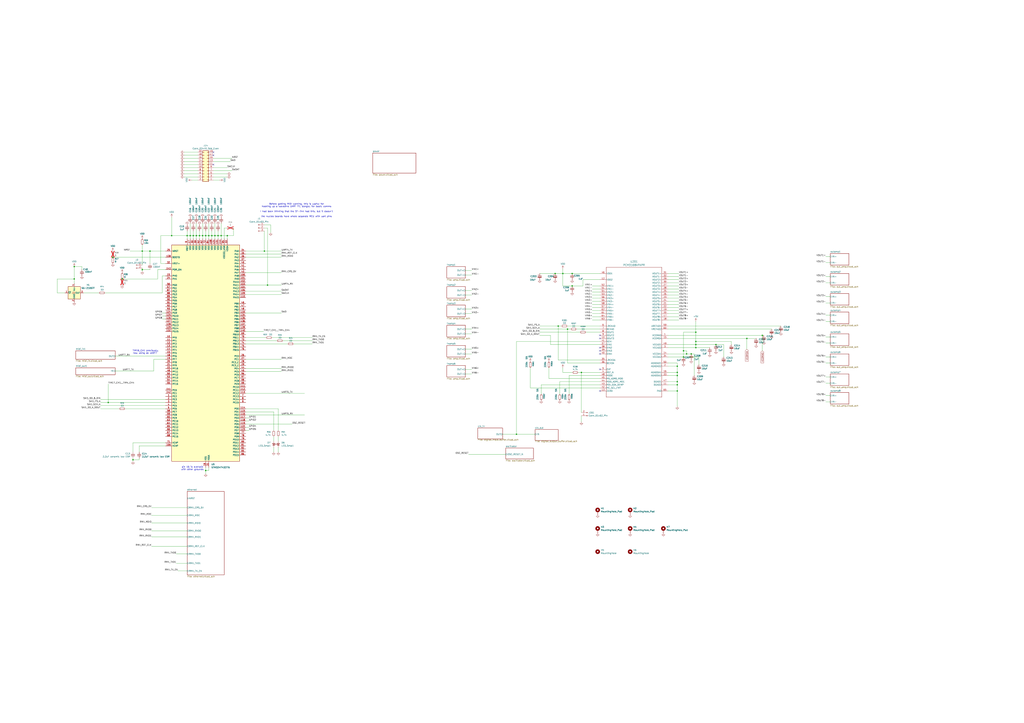
<source format=kicad_sch>
(kicad_sch (version 20250114) (generator "eeschema") (generator_version "9.0")
  (paper "A1")
  (text "TODO-\n* wire i2c to pcm3168\n* wire up gpio to reset lines of codec and phy\n* look at next-rev notes for proto boards\n* pull downs on analog outputs, far side of caps\n* thermal pad vias for PCM3168\n* add GPIO\n* wire up USB lines\n* redo top/bottom gnd vias\n* jumpers for selecting modes, address, etc\n* check pin config in stm32cube" (at 853.694 477.266 0) (effects (font (size 5.08 5.08)) (justify left)))
  (text "Before getting MIDI working, this is useful for\nhooking up a waveshre UART TTL dongle, for basic comms\n\nI had been thinking that the ST-link had this, but it doesn't\n\nthe nucleo boards have whole separate MCU with uart pins" (at 243.586 172.847 0) (effects (font (size 1.27 1.27))))
  (text "TIM16_CH1 previously,\nnow using as UART7 " (at 119.634 289.306 0) (effects (font (size 1.27 1.27))))
  (text "pin 16 is overlaid\nwith other grounds" (at 157.988 384.937 0) (effects (font (size 1.27 1.27))))
  (junction (at 153.67 193.675))
  (junction (at 176.53 193.675))
  (junction (at 168.91 386.715))
  (junction (at 613.41 278.13))
  (junction (at 571.5 283.21))
  (junction (at 571.5 285.75))
  (junction (at 462.28 224.79))
  (junction (at 156.21 193.675))
  (junction (at 186.69 193.675))
  (junction (at 466.09 270.51))
  (junction (at 556.26 316.23))
  (junction (at 477.52 306.07))
  (junction (at 158.75 193.675))
  (junction (at 171.45 193.675))
  (junction (at 116.84 206.375))
  (junction (at 469.9 224.79))
  (junction (at 556.26 313.69))
  (junction (at 179.07 193.675))
  (junction (at 166.37 193.675))
  (junction (at 556.26 321.31))
  (junction (at 88.9 330.835))
  (junction (at 123.19 206.375))
  (junction (at 173.99 193.675))
  (junction (at 626.11 275.59))
  (junction (at 455.93 224.79))
  (junction (at 567.69 290.83))
  (junction (at 109.22 377.825))
  (junction (at 163.83 193.675))
  (junction (at 458.47 267.97))
  (junction (at 571.5 280.67))
  (junction (at 563.88 290.83))
  (junction (at 100.33 229.235))
  (junction (at 140.97 193.675))
  (junction (at 217.17 206.375))
  (junction (at 60.96 219.075))
  (junction (at 556.26 300.99))
  (junction (at 556.26 306.07))
  (junction (at 168.91 193.675))
  (junction (at 571.5 273.05))
  (junction (at 588.01 283.21))
  (junction (at 561.34 293.37))
  (junction (at 161.29 193.675))
  (junction (at 92.71 211.455))
  (junction (at 60.96 229.235))
  (junction (at 219.71 234.315))
  (junction (at 556.26 308.61))
  (junction (at 181.61 193.675))
  (junction (at 561.34 288.29))
  (junction (at 469.9 234.95))
  (junction (at 116.84 221.615))
  (junction (at 424.18 356.87))
  (no_connect (at 492.76 278.13))
  (no_connect (at 492.76 275.59))
  (no_connect (at 175.26 125.095))
  (no_connect (at 492.76 303.53))
  (no_connect (at 492.76 321.31))
  (no_connect (at 175.26 127.635))
  (no_connect (at 492.76 290.83))
  (no_connect (at 492.76 288.29))
  (no_connect (at 175.26 135.255))
  (no_connect (at 492.76 285.75))
  (wire (pts (xy 171.45 386.715) (xy 168.91 386.715)))
  (wire (pts (xy 384.81 373.38) (xy 415.29 373.38)))
  (wire (pts (xy 132.08 216.535) (xy 132.08 193.675)))
  (wire (pts (xy 201.93 348.615) (xy 240.03 348.615)))
  (wire (pts (xy 175.26 137.795) (xy 186.69 137.795)))
  (wire (pts (xy 97.79 335.915) (xy 82.55 335.915)))
  (wire (pts (xy 201.93 280.035) (xy 227.33 280.035)))
  (wire (pts (xy 557.53 252.73) (xy 548.64 252.73)))
  (wire (pts (xy 548.64 285.75) (xy 571.5 285.75)))
  (wire (pts (xy 219.71 187.325) (xy 219.71 234.315)))
  (wire (pts (xy 435.61 302.26) (xy 435.61 318.77)))
  (wire (pts (xy 570.23 308.61) (xy 570.23 290.83)))
  (wire (pts (xy 492.76 308.61) (xy 467.36 308.61)))
  (wire (pts (xy 201.93 353.695) (xy 204.47 353.695)))
  (wire (pts (xy 548.64 290.83) (xy 563.88 290.83)))
  (wire (pts (xy 486.41 250.19) (xy 492.76 250.19)))
  (wire (pts (xy 163.83 193.675) (xy 163.83 196.215)))
  (wire (pts (xy 201.93 343.535) (xy 204.47 343.535)))
  (wire (pts (xy 571.5 264.16) (xy 571.5 273.05)))
  (wire (pts (xy 135.89 206.375) (xy 123.19 206.375)))
  (wire (pts (xy 228.6 367.665) (xy 228.6 371.475)))
  (wire (pts (xy 678.18 293.37) (xy 681.99 293.37)))
  (wire (pts (xy 678.18 259.08) (xy 681.99 259.08)))
  (wire (pts (xy 153.67 423.545) (xy 124.46 423.545)))
  (wire (pts (xy 678.18 232.41) (xy 681.99 232.41)))
  (wire (pts (xy 217.17 184.785) (xy 222.25 184.785)))
  (wire (pts (xy 556.26 308.61) (xy 556.26 313.69)))
  (wire (pts (xy 452.12 283.21) (xy 452.12 275.59)))
  (wire (pts (xy 68.58 240.665) (xy 81.28 240.665)))
  (wire (pts (xy 175.26 132.715) (xy 189.23 132.715)))
  (wire (pts (xy 561.34 288.29) (xy 563.88 288.29)))
  (wire (pts (xy 180.34 147.955) (xy 175.26 147.955)))
  (wire (pts (xy 186.69 196.215) (xy 186.69 193.675)))
  (wire (pts (xy 450.85 302.26) (xy 450.85 311.15)))
  (wire (pts (xy 678.18 298.45) (xy 681.99 298.45)))
  (wire (pts (xy 571.5 283.21) (xy 588.01 283.21)))
  (wire (pts (xy 548.64 293.37) (xy 561.34 293.37)))
  (wire (pts (xy 492.76 313.69) (xy 459.74 313.69)))
  (wire (pts (xy 201.93 234.315) (xy 219.71 234.315)))
  (wire (pts (xy 171.45 384.175) (xy 171.45 386.715)))
  (wire (pts (xy 548.64 267.97) (xy 641.35 267.97)))
  (wire (pts (xy 166.37 183.515) (xy 166.37 193.675)))
  (wire (pts (xy 486.41 262.89) (xy 492.76 262.89)))
  (wire (pts (xy 168.91 193.675) (xy 171.45 193.675)))
  (wire (pts (xy 557.53 242.57) (xy 548.64 242.57)))
  (wire (pts (xy 678.18 248.92) (xy 681.99 248.92)))
  (wire (pts (xy 563.88 288.29) (xy 563.88 290.83)))
  (wire (pts (xy 161.29 193.675) (xy 161.29 196.215)))
  (wire (pts (xy 162.56 127.635) (xy 151.13 127.635)))
  (wire (pts (xy 557.53 232.41) (xy 548.64 232.41)))
  (wire (pts (xy 486.41 260.35) (xy 492.76 260.35)))
  (wire (pts (xy 241.3 282.575) (xy 256.54 282.575)))
  (wire (pts (xy 594.36 283.21) (xy 588.01 283.21)))
  (wire (pts (xy 228.6 335.915) (xy 228.6 353.695)))
  (wire (pts (xy 556.26 321.31) (xy 556.26 334.01)))
  (wire (pts (xy 126.365 295.275) (xy 126.365 304.8)))
  (wire (pts (xy 109.22 377.825) (xy 109.22 379.095)))
  (wire (pts (xy 156.21 193.675) (xy 156.21 196.215)))
  (wire (pts (xy 574.04 293.37) (xy 574.04 299.72)))
  (wire (pts (xy 156.21 193.675) (xy 158.75 193.675)))
  (wire (pts (xy 492.76 306.07) (xy 477.52 306.07)))
  (wire (pts (xy 162.56 135.255) (xy 151.13 135.255)))
  (wire (pts (xy 191.77 187.325) (xy 191.77 193.675)))
  (wire (pts (xy 444.5 316.23) (xy 444.5 323.85)))
  (wire (pts (xy 387.35 254) (xy 382.27 254)))
  (wire (pts (xy 133.35 240.665) (xy 133.35 226.695)))
  (wire (pts (xy 486.41 247.65) (xy 492.76 247.65)))
  (wire (pts (xy 462.28 306.07) (xy 462.28 302.26)))
  (wire (pts (xy 116.84 221.615) (xy 123.19 221.615)))
  (wire (pts (xy 492.76 318.77) (xy 435.61 318.77)))
  (wire (pts (xy 466.09 270.51) (xy 468.63 270.51)))
  (wire (pts (xy 223.52 277.495) (xy 256.54 277.495)))
  (wire (pts (xy 548.64 321.31) (xy 556.26 321.31)))
  (wire (pts (xy 412.75 356.87) (xy 424.18 356.87)))
  (wire (pts (xy 600.71 280.67) (xy 600.71 283.21)))
  (wire (pts (xy 548.64 316.23) (xy 556.26 316.23)))
  (wire (pts (xy 135.89 295.275) (xy 126.365 295.275)))
  (wire (pts (xy 94.615 292.735) (xy 135.89 292.735)))
  (wire (pts (xy 561.34 273.05) (xy 571.5 273.05)))
  (wire (pts (xy 171.45 193.675) (xy 173.99 193.675)))
  (wire (pts (xy 201.93 302.895) (xy 231.14 302.895)))
  (wire (pts (xy 179.07 189.865) (xy 179.07 193.675)))
  (wire (pts (xy 60.96 219.075) (xy 60.96 229.235)))
  (wire (pts (xy 140.97 178.435) (xy 140.97 193.675)))
  (wire (pts (xy 114.3 371.475) (xy 114.3 366.395)))
  (wire (pts (xy 140.97 193.675) (xy 153.67 193.675)))
  (wire (pts (xy 561.34 288.29) (xy 561.34 273.05)))
  (wire (pts (xy 67.31 221.615) (xy 67.31 219.075)))
  (wire (pts (xy 557.53 240.03) (xy 548.64 240.03)))
  (wire (pts (xy 678.18 227.33) (xy 681.99 227.33)))
  (wire (pts (xy 486.41 257.81) (xy 492.76 257.81)))
  (wire (pts (xy 678.18 314.96) (xy 681.99 314.96)))
  (wire (pts (xy 462.28 224.79) (xy 469.9 224.79)))
  (wire (pts (xy 557.53 250.19) (xy 548.64 250.19)))
  (wire (pts (xy 678.18 325.12) (xy 681.99 325.12)))
  (wire (pts (xy 201.93 208.915) (xy 231.14 208.915)))
  (wire (pts (xy 173.99 189.865) (xy 173.99 193.675)))
  (wire (pts (xy 228.6 358.775) (xy 228.6 362.585)))
  (wire (pts (xy 179.07 193.675) (xy 179.07 196.215)))
  (wire (pts (xy 166.37 193.675) (xy 168.91 193.675)))
  (wire (pts (xy 467.36 308.61) (xy 467.36 323.85)))
  (wire (pts (xy 201.93 351.155) (xy 204.47 351.155)))
  (wire (pts (xy 166.37 193.675) (xy 166.37 196.215)))
  (wire (pts (xy 462.28 224.79) (xy 462.28 234.95)))
  (wire (pts (xy 563.88 290.83) (xy 567.69 290.83)))
  (wire (pts (xy 678.18 210.82) (xy 681.99 210.82)))
  (wire (pts (xy 179.07 193.675) (xy 181.61 193.675)))
  (wire (pts (xy 561.34 288.29) (xy 561.34 293.37)))
  (wire (pts (xy 556.26 300.99) (xy 556.26 306.07)))
  (wire (pts (xy 217.17 189.865) (xy 217.17 206.375)))
  (wire (pts (xy 146.05 469.265) (xy 153.67 469.265)))
  (wire (pts (xy 557.53 237.49) (xy 548.64 237.49)))
  (wire (pts (xy 387.35 257.81) (xy 382.27 257.81)))
  (wire (pts (xy 217.17 187.325) (xy 219.71 187.325)))
  (wire (pts (xy 232.41 280.035) (xy 256.54 280.035)))
  (wire (pts (xy 548.64 300.99) (xy 556.26 300.99)))
  (wire (pts (xy 201.93 257.175) (xy 231.14 257.175)))
  (wire (pts (xy 473.71 270.51) (xy 492.76 270.51)))
  (wire (pts (xy 82.55 328.295) (xy 135.89 328.295)))
  (wire (pts (xy 201.93 335.915) (xy 228.6 335.915)))
  (wire (pts (xy 613.41 278.13) (xy 621.03 278.13)))
  (wire (pts (xy 557.53 255.27) (xy 548.64 255.27)))
  (wire (pts (xy 162.56 142.875) (xy 151.13 142.875)))
  (wire (pts (xy 387.35 242.57) (xy 382.27 242.57)))
  (wire (pts (xy 175.26 145.415) (xy 186.69 145.415)))
  (wire (pts (xy 116.84 220.345) (xy 116.84 221.615)))
  (wire (pts (xy 135.89 221.615) (xy 129.54 221.615)))
  (wire (pts (xy 171.45 183.515) (xy 171.45 193.675)))
  (wire (pts (xy 486.41 245.11) (xy 492.76 245.11)))
  (wire (pts (xy 492.76 311.15) (xy 450.85 311.15)))
  (wire (pts (xy 162.56 137.795) (xy 151.13 137.795)))
  (wire (pts (xy 163.83 193.675) (xy 166.37 193.675)))
  (wire (pts (xy 201.93 211.455) (xy 231.14 211.455)))
  (wire (pts (xy 162.56 145.415) (xy 151.13 145.415)))
  (wire (pts (xy 548.64 278.13) (xy 613.41 278.13)))
  (wire (pts (xy 492.76 280.67) (xy 424.18 280.67)))
  (wire (pts (xy 153.67 448.945) (xy 124.46 448.945)))
  (wire (pts (xy 387.35 303.53) (xy 382.27 303.53)))
  (wire (pts (xy 222.25 184.785) (xy 222.25 191.135)))
  (wire (pts (xy 557.53 234.95) (xy 548.64 234.95)))
  (wire (pts (xy 94.615 304.8) (xy 126.365 304.8)))
  (wire (pts (xy 571.5 283.21) (xy 571.5 280.67)))
  (wire (pts (xy 201.93 305.435) (xy 231.14 305.435)))
  (wire (pts (xy 443.23 270.51) (xy 466.09 270.51)))
  (wire (pts (xy 486.41 237.49) (xy 492.76 237.49)))
  (wire (pts (xy 443.23 224.79) (xy 455.93 224.79)))
  (wire (pts (xy 492.76 283.21) (xy 452.12 283.21)))
  (wire (pts (xy 153.67 193.675) (xy 153.67 196.215)))
  (wire (pts (xy 158.75 193.675) (xy 161.29 193.675)))
  (wire (pts (xy 100.33 229.235) (xy 129.54 229.235)))
  (wire (pts (xy 102.87 335.915) (xy 135.89 335.915)))
  (wire (pts (xy 171.45 193.675) (xy 171.45 196.215)))
  (wire (pts (xy 114.3 366.395) (xy 135.89 366.395)))
  (wire (pts (xy 201.93 241.935) (xy 231.14 241.935)))
  (wire (pts (xy 224.79 367.665) (xy 224.79 371.475)))
  (wire (pts (xy 186.69 193.675) (xy 191.77 193.675)))
  (wire (pts (xy 557.53 229.87) (xy 548.64 229.87)))
  (wire (pts (xy 548.64 283.21) (xy 571.5 283.21)))
  (wire (pts (xy 626.11 275.59) (xy 627.38 275.59)))
  (wire (pts (xy 474.98 306.07) (xy 477.52 306.07)))
  (wire (pts (xy 88.9 330.835) (xy 135.89 330.835)))
  (wire (pts (xy 201.93 206.375) (xy 217.17 206.375)))
  (wire (pts (xy 492.76 316.23) (xy 444.5 316.23)))
  (wire (pts (xy 201.93 224.155) (xy 231.14 224.155)))
  (wire (pts (xy 201.93 346.075) (xy 204.47 346.075)))
  (wire (pts (xy 173.99 193.675) (xy 176.53 193.675)))
  (wire (pts (xy 201.93 272.415) (xy 216.535 272.415)))
  (wire (pts (xy 157.48 147.955) (xy 162.56 147.955)))
  (wire (pts (xy 481.33 273.05) (xy 492.76 273.05)))
  (wire (pts (xy 168.91 193.675) (xy 168.91 196.215)))
  (wire (pts (xy 46.99 229.235) (xy 60.96 229.235)))
  (wire (pts (xy 116.84 206.375) (xy 116.84 217.805)))
  (wire (pts (xy 556.26 313.69) (xy 556.26 316.23)))
  (wire (pts (xy 176.53 193.675) (xy 179.07 193.675)))
  (wire (pts (xy 184.15 196.215) (xy 184.15 187.325)))
  (wire (pts (xy 153.67 436.245) (xy 124.46 436.245)))
  (wire (pts (xy 387.35 238.76) (xy 382.27 238.76)))
  (wire (pts (xy 486.41 234.95) (xy 492.76 234.95)))
  (wire (pts (xy 82.55 330.835) (xy 88.9 330.835)))
  (wire (pts (xy 201.93 282.575) (xy 236.22 282.575)))
  (wire (pts (xy 168.91 386.715) (xy 168.91 389.255)))
  (wire (pts (xy 116.84 201.295) (xy 116.84 206.375)))
  (wire (pts (xy 387.35 274.32) (xy 382.27 274.32)))
  (wire (pts (xy 168.91 384.175) (xy 168.91 386.715)))
  (wire (pts (xy 548.64 275.59) (xy 626.11 275.59)))
  (wire (pts (xy 176.53 193.675) (xy 176.53 196.215)))
  (wire (pts (xy 162.56 140.335) (xy 151.13 140.335)))
  (wire (pts (xy 201.93 239.395) (xy 231.14 239.395)))
  (wire (pts (xy 162.56 130.175) (xy 151.13 130.175)))
  (wire (pts (xy 153.67 189.865) (xy 153.67 193.675)))
  (wire (pts (xy 151.13 125.095) (xy 162.56 125.095)))
  (wire (pts (xy 557.53 245.11) (xy 548.64 245.11)))
  (wire (pts (xy 163.83 189.865) (xy 163.83 193.675)))
  (wire (pts (xy 571.5 273.05) (xy 571.5 280.67)))
  (wire (pts (xy 561.34 293.37) (xy 574.04 293.37)))
  (wire (pts (xy 492.76 295.91) (xy 458.47 295.91)))
  (wire (pts (xy 486.41 255.27) (xy 492.76 255.27)))
  (wire (pts (xy 387.35 270.51) (xy 382.27 270.51)))
  (wire (pts (xy 92.71 211.455) (xy 135.89 211.455)))
  (wire (pts (xy 458.47 267.97) (xy 443.23 267.97)))
  (wire (pts (xy 461.01 267.97) (xy 458.47 267.97)))
  (wire (pts (xy 181.61 193.675) (xy 186.69 193.675)))
  (wire (pts (xy 477.52 341.63) (xy 477.52 346.71)))
  (wire (pts (xy 135.89 257.175) (xy 133.35 257.175)))
  (wire (pts (xy 135.89 216.535) (xy 132.08 216.535)))
  (wire (pts (xy 201.93 338.455) (xy 224.79 338.455)))
  (wire (pts (xy 135.89 262.255) (xy 133.35 262.255)))
  (wire (pts (xy 557.53 224.79) (xy 548.64 224.79)))
  (wire (pts (xy 158.75 189.865) (xy 158.75 193.675)))
  (wire (pts (xy 135.89 259.715) (xy 133.35 259.715)))
  (wire (pts (xy 184.15 187.325) (xy 186.69 187.325)))
  (wire (pts (xy 424.18 356.87) (xy 439.42 356.87)))
  (wire (pts (xy 443.23 275.59) (xy 452.12 275.59)))
  (wire (pts (xy 156.21 183.515) (xy 156.21 193.675)))
  (wire (pts (xy 548.64 298.45) (xy 556.26 298.45)))
  (wire (pts (xy 123.19 206.375) (xy 123.19 216.535)))
  (wire (pts (xy 144.78 455.295) (xy 153.67 455.295)))
  (wire (pts (xy 458.47 267.97) (xy 458.47 295.91)))
  (wire (pts (xy 387.35 287.02) (xy 382.27 287.02)))
  (wire (pts (xy 219.71 234.315) (xy 231.14 234.315)))
  (wire (pts (xy 114.3 376.555) (xy 114.3 377.825)))
  (wire (pts (xy 556.26 298.45) (xy 556.26 300.99)))
  (wire (pts (xy 123.19 206.375) (xy 116.84 206.375)))
  (wire (pts (xy 114.3 377.825) (xy 109.22 377.825)))
  (wire (pts (xy 594.36 293.37) (xy 594.36 283.21)))
  (wire (pts (xy 181.61 193.675) (xy 181.61 196.215)))
  (wire (pts (xy 132.08 193.675) (xy 140.97 193.675)))
  (wire (pts (xy 175.26 140.335) (xy 190.5 140.335)))
  (wire (pts (xy 626.11 275.59) (xy 626.11 288.29)))
  (wire (pts (xy 455.93 224.79) (xy 462.28 224.79)))
  (wire (pts (xy 224.79 358.775) (xy 224.79 362.585)))
  (wire (pts (xy 557.53 227.33) (xy 548.64 227.33)))
  (wire (pts (xy 168.91 189.865) (xy 168.91 193.675)))
  (wire (pts (xy 571.5 280.67) (xy 600.71 280.67)))
  (wire (pts (xy 161.29 193.675) (xy 163.83 193.675)))
  (wire (pts (xy 443.23 273.05) (xy 476.25 273.05)))
  (wire (pts (xy 173.99 193.675) (xy 173.99 196.215)))
  (wire (pts (xy 678.18 215.9) (xy 681.99 215.9)))
  (wire (pts (xy 201.93 340.995) (xy 250.19 340.995)))
  (wire (pts (xy 469.9 306.07) (xy 462.28 306.07)))
  (wire (pts (xy 60.96 229.235) (xy 60.96 233.045)))
  (wire (pts (xy 571.5 285.75) (xy 571.5 283.21)))
  (wire (pts (xy 462.28 234.95) (xy 469.9 234.95)))
  (wire (pts (xy 557.53 262.89) (xy 548.64 262.89)))
  (wire (pts (xy 109.22 376.555) (xy 109.22 377.825)))
  (wire (pts (xy 135.89 363.855) (xy 109.22 363.855)))
  (wire (pts (xy 678.18 276.86) (xy 681.99 276.86)))
  (wire (pts (xy 153.67 417.195) (xy 124.46 417.195)))
  (wire (pts (xy 67.31 219.075) (xy 60.96 219.075)))
  (wire (pts (xy 466.09 298.45) (xy 492.76 298.45)))
  (wire (pts (xy 82.55 333.375) (xy 135.89 333.375)))
  (wire (pts (xy 459.74 313.69) (xy 459.74 323.85)))
  (wire (pts (xy 158.75 193.675) (xy 158.75 196.215)))
  (wire (pts (xy 109.22 363.855) (xy 109.22 371.475)))
  (wire (pts (xy 175.26 142.875) (xy 186.69 142.875)))
  (wire (pts (xy 548.64 308.61) (xy 556.26 308.61)))
  (wire (pts (xy 570.23 290.83) (xy 567.69 290.83)))
  (wire (pts (xy 153.67 441.325) (xy 124.46 441.325)))
  (wire (pts (xy 469.9 224.79) (xy 492.76 224.79)))
  (wire (pts (xy 144.78 462.915) (xy 153.67 462.915)))
  (wire (pts (xy 678.18 309.88) (xy 681.99 309.88)))
  (wire (pts (xy 548.64 270.51) (xy 633.73 270.51)))
  (wire (pts (xy 116.84 221.615) (xy 116.84 222.885)))
  (wire (pts (xy 469.9 234.95) (xy 478.79 234.95)))
  (wire (pts (xy 466.09 267.97) (xy 492.76 267.97)))
  (wire (pts (xy 548.64 306.07) (xy 556.26 306.07)))
  (wire (pts (xy 613.41 287.02) (xy 613.41 278.13)))
  (wire (pts (xy 492.76 229.87) (xy 478.79 229.87)))
  (wire (pts (xy 176.53 183.515) (xy 176.53 193.675)))
  (wire (pts (xy 466.09 270.51) (xy 466.09 298.45)))
  (wire (pts (xy 201.93 295.275) (xy 231.14 295.275)))
  (wire (pts (xy 201.93 323.215) (xy 250.19 323.215)))
  (wire (pts (xy 571.5 285.75) (xy 582.93 285.75)))
  (wire (pts (xy 548.64 313.69) (xy 556.26 313.69)))
  (wire (pts (xy 153.67 429.895) (xy 124.46 429.895)))
  (wire (pts (xy 46.99 240.665) (xy 46.99 229.235)))
  (wire (pts (xy 424.18 280.67) (xy 424.18 356.87)))
  (wire (pts (xy 387.35 226.06) (xy 382.27 226.06)))
  (wire (pts (xy 486.41 240.03) (xy 492.76 240.03)))
  (wire (pts (xy 224.79 338.455) (xy 224.79 353.695)))
  (wire (pts (xy 678.18 281.94) (xy 681.99 281.94)))
  (wire (pts (xy 88.9 315.595) (xy 88.9 330.835)))
  (wire (pts (xy 477.52 306.07) (xy 477.52 339.09)))
  (wire (pts (xy 129.54 221.615) (xy 129.54 229.235)))
  (wire (pts (xy 556.26 316.23) (xy 556.26 321.31)))
  (wire (pts (xy 678.18 243.84) (xy 681.99 243.84)))
  (wire (pts (xy 175.26 130.175) (xy 190.5 130.175)))
  (wire (pts (xy 678.18 264.16) (xy 681.99 264.16)))
  (wire (pts (xy 557.53 257.81) (xy 548.64 257.81)))
  (wire (pts (xy 387.35 290.83) (xy 382.27 290.83)))
  (wire (pts (xy 478.79 234.95) (xy 478.79 229.87)))
  (wire (pts (xy 161.29 183.515) (xy 161.29 193.675)))
  (wire (pts (xy 462.28 220.98) (xy 462.28 224.79)))
  (wire (pts (xy 387.35 222.25) (xy 382.27 222.25)))
  (wire (pts (xy 217.17 206.375) (xy 231.14 206.375)))
  (wire (pts (xy 557.53 247.65) (xy 548.64 247.65)))
  (wire (pts (xy 181.61 183.515) (xy 181.61 193.675)))
  (wire (pts (xy 557.53 260.35) (xy 548.64 260.35)))
  (wire (pts (xy 556.26 306.07) (xy 556.26 308.61)))
  (wire (pts (xy 153.67 193.675) (xy 156.21 193.675)))
  (wire (pts (xy 486.41 242.57) (xy 492.76 242.57)))
  (wire (pts (xy 387.35 307.34) (xy 382.27 307.34)))
  (wire (pts (xy 53.34 240.665) (xy 46.99 240.665)))
  (wire (pts (xy 678.18 330.2) (xy 681.99 330.2)))
  (wire (pts (xy 116.84 206.375) (xy 106.68 206.375)))
  (wire (pts (xy 162.56 132.715) (xy 151.13 132.715)))
  (wire (pts (xy 133.35 226.695) (xy 135.89 226.695)))
  (wire (pts (xy 86.36 240.665) (xy 133.35 240.665)))
  (wire (pts (xy 201.93 277.495) (xy 218.44 277.495)))
  (wire (pts (xy 486.41 252.73) (xy 492.76 252.73)))
  (label "VIN4-" (at 486.41 252.73 180))
  (label "RMII_REF_CLK" (at 124.46 448.945 180))
  (label "TIM17_CH1__TIM4_CH4" (at 88.9 315.595 0))
  (label "SAI1_FS_A" (at 443.23 267.97 180))
  (label "RMII_TX_EN" (at 146.05 469.265 180))
  (label "RMII_MDIO" (at 231.14 211.455 0))
  (label "VIN4-" (at 387.35 274.32 0))
  (label "TIM17_CH1__TIM4_CH4" (at 216.535 272.415 0))
  (label "SWO" (at 231.14 257.175 0))
  (label "VOUT2-" (at 678.18 232.41 180))
  (label "SWCLK" (at 186.69 137.795 0))
  (label "UART5_TX" (at 231.14 323.215 0))
  (label "VOUT4-" (at 678.18 264.16 180))
  (label "RMII_TXD0" (at 144.78 455.295 180))
  (label "SWDAT" (at 190.5 140.335 0))
  (label "VOUT2+" (at 557.53 229.87 0))
  (label "SWO" (at 189.23 132.715 0))
  (label "SAI1_SD_B_DIN" (at 443.23 273.05 180))
  (label "UART7_RX" (at 106.68 292.735 180))
  (label "GPIO8" (at 133.35 262.255 180))
  (label "VOUT3-" (at 678.18 248.92 180))
  (label "OSC_RESET" (at 384.81 373.38 180))
  (label "UART4_RX" (at 231.14 234.315 0))
  (label "OSC_RESET" (at 240.03 348.615 0))
  (label "GPIO1" (at 204.47 343.535 0))
  (label "VIN4+" (at 387.35 270.51 0))
  (label "VOUT7+" (at 557.53 255.27 0))
  (label "VIN1+" (at 387.35 222.25 0))
  (label "VOUT8-" (at 678.18 330.2 180))
  (label "SAI1_SCK_A" (at 82.55 333.375 180))
  (label "VOUT6-" (at 557.53 252.73 0))
  (label "VOUT2-" (at 557.53 232.41 0))
  (label "VOUT5-" (at 678.18 281.94 180))
  (label "VIN2+" (at 486.41 240.03 180))
  (label "VIN2+" (at 387.35 238.76 0))
  (label "RMII_CRS_DV" (at 124.46 417.195 180))
  (label "RMII_RXD1" (at 124.46 441.325 180))
  (label "VOUT1+" (at 557.53 224.79 0))
  (label "VOUT1+" (at 678.18 210.82 180))
  (label "VOUT8-" (at 557.53 262.89 0))
  (label "VIN5-" (at 486.41 257.81 180))
  (label "RMII_MDC" (at 231.14 295.275 0))
  (label "RMII_MDIO" (at 124.46 429.895 180))
  (label "GPIO4" (at 204.47 351.155 0))
  (label "VIN5+" (at 486.41 255.27 180))
  (label "VOUT1-" (at 557.53 227.33 0))
  (label "VIN5-" (at 387.35 290.83 0))
  (label "VOUT5+" (at 678.18 276.86 180))
  (label "VOUT6-" (at 678.18 298.45 180))
  (label "SAI1_FS_A" (at 82.55 330.835 180))
  (label "NRST" (at 106.68 206.375 180))
  (label "VIN3-" (at 387.35 257.81 0))
  (label "GPIO5" (at 204.47 353.695 0))
  (label "VOUT7-" (at 557.53 257.81 0))
  (label "VOUT4+" (at 557.53 240.03 0))
  (label "SWCLK" (at 231.14 241.935 0))
  (label "SAI1_SD_A_DOUT" (at 443.23 275.59 180))
  (label "RMII_RXD0" (at 231.14 302.895 0))
  (label "VIN1-" (at 387.35 226.06 0))
  (label "RMII_TXD0" (at 256.54 280.035 0))
  (label "VIN4+" (at 486.41 250.19 180))
  (label "SAI1_SCK_A" (at 443.23 270.51 180))
  (label "VIN3+" (at 486.41 245.11 180))
  (label "VIN3+" (at 387.35 254 0))
  (label "RMII_RXD0" (at 124.46 436.245 180))
  (label "VOUT4+" (at 678.18 259.08 180))
  (label "VIN1+" (at 486.41 234.95 180))
  (label "VOUT8+" (at 557.53 260.35 0))
  (label "VOUT5+" (at 557.53 245.11 0))
  (label "VIN2-" (at 387.35 242.57 0))
  (label "VOUT3+" (at 557.53 234.95 0))
  (label "SWDAT" (at 231.14 239.395 0))
  (label "VOUT7+" (at 678.18 309.88 180))
  (label "VIN3-" (at 486.41 247.65 180))
  (label "VOUT1-" (at 678.18 215.9 180))
  (label "RMII_TXD1" (at 144.78 462.915 180))
  (label "RMII_MDC" (at 124.46 423.545 180))
  (label "RMII_CRS_DV" (at 231.14 224.155 0))
  (label "VOUT8+" (at 678.18 325.12 180))
  (label "VIN5+" (at 387.35 287.02 0))
  (label "VIN6+" (at 486.41 260.35 180))
  (label "GPIO7" (at 133.35 259.715 180))
  (label "NRST" (at 190.5 130.175 0))
  (label "RMII_TXD1" (at 256.54 282.575 0))
  (label "RMII_TX_EN" (at 256.54 277.495 0))
  (label "UART7_TX" (at 109.855 304.8 180))
  (label "SAI1_SD_A_DOUT" (at 82.55 335.915 180))
  (label "VOUT5-" (at 557.53 247.65 0))
  (label "VOUT7-" (at 678.18 314.96 180))
  (label "VIN6-" (at 486.41 262.89 180))
  (label "VIN6+" (at 387.35 303.53 0))
  (label "GPIO6" (at 133.35 257.175 180))
  (label "UART5_RX" (at 231.14 340.995 0))
  (label "VOUT6+" (at 678.18 293.37 180))
  (label "VIN1-" (at 486.41 237.49 180))
  (label "UART4_TX" (at 231.14 206.375 0))
  (label "RMII_RXD1" (at 231.14 305.435 0))
  (label "RMII_REF_CLK" (at 231.14 208.915 0))
  (label "VOUT3+" (at 678.18 243.84 180))
  (label "VOUT6+" (at 557.53 250.19 0))
  (label "SAI1_SD_B_DIN" (at 82.55 328.295 180))
  (label "VOUT4-" (at 557.53 242.57 0))
  (label "VIN2-" (at 486.41 242.57 180))
  (label "GPIO2" (at 204.47 346.075 0))
  (label "VIN6-" (at 387.35 307.34 0))
  (label "VOUT3-" (at 557.53 237.49 0))
  (label "VOUT2+" (at 678.18 227.33 180))
  (global_label "VCOMDA" (shape input) (at 613.41 287.02 270) (property "Intersheetrefs" "${INTERSHEET_REFS}" (effects (hide yes))))
  (global_label "VCOMAD" (shape input) (at 626.11 288.29 270) (property "Intersheetrefs" "${INTERSHEET_REFS}" (effects (hide yes))))
  (symbol (lib_id "power:GND") (at 109.22 379.095 0) (unit 1)
    (property "Reference" "#PWR018" (effects (hide yes)))
    (property "Value" "GND" (effects (hide yes)))
    (property "Description" "Power symbol creates a global label with name \"GND\" , ground" (effects (hide yes)))
  )
  (symbol (lib_id "power:GND") (at 633.73 275.59 0) (unit 1)
    (property "Reference" "#PWR0231" (effects (hide yes)))
    (property "Value" "GND" (effects (hide yes)))
    (property "Description" "Power symbol creates a global label with name \"GND\" , ground" (effects (hide yes)))
  )
  (symbol (lib_id "Device:R_Small") (at 224.79 356.235 0) (mirror y) (unit 1)
    (property "Reference" "R55" (at 222.25 354.9649 0) (effects (font (size 1.016 1.016)) (justify left)))
    (property "Value" "4.7k" (at 222.25 357.5049 0) (effects (justify left)))
    (property "Footprint" "Resistor_SMD:R_0603_1608Metric" (effects (hide yes)))
    (property "Description" "Resistor, small symbol" (effects (hide yes)))
    (property "LCSC Part #" "C23162" (effects (hide yes)))
  )
  (symbol (lib_id "Mechanical:MountingHole_Pad") (at 517.525 420.37 0) (unit 1) (in_bom no)
    (property "Reference" "H2" (at 520.065 417.8299 0) (effects (justify left)))
    (property "Value" "MountingHole_Pad" (at 520.065 420.3699 0) (effects (justify left)))
    (property "Footprint" "MountingHole:MountingHole_3.2mm_M3_Pad_TopBottom" (effects (hide yes)))
    (property "Description" "Mounting Hole with connection" (effects (hide yes)))
  )
  (symbol (lib_id "power:GND") (at 469.9 240.03 0) (unit 1)
    (property "Reference" "#PWR0211" (effects (hide yes)))
    (property "Value" "GND" (effects (hide yes)))
    (property "Description" "Power symbol creates a global label with name \"GND\" , ground" (effects (hide yes)))
  )
  (symbol (lib_id "power:GND") (at 179.07 184.785 180) (unit 1)
    (property "Reference" "#PWR029" (effects (hide yes)))
    (property "Value" "GND" (effects (hide yes)))
    (property "Description" "Power symbol creates a global label with name \"GND\" , ground" (effects (hide yes)))
  )
  (symbol (lib_id "power:GND") (at 477.52 346.71 0) (unit 1)
    (property "Reference" "#PWR0213" (effects (hide yes)))
    (property "Value" "GND" (effects (hide yes)))
    (property "Description" "Power symbol creates a global label with name \"GND\" , ground" (effects (hide yes)))
  )
  (symbol (lib_id "Device:R_Small") (at 220.98 277.495 270) (unit 1)
    (property "Reference" "R22" (at 217.805 274.955 90) (effects (font (size 1.016 1.016))))
    (property "Value" "33" (at 222.25 274.955 90))
    (property "Footprint" "Resistor_SMD:R_0603_1608Metric" (effects (hide yes)))
    (property "Description" "Resistor, small symbol" (effects (hide yes)))
    (property "LCSC Part #" "C23140" (effects (hide yes)))
  )
  (symbol (lib_id "power:GND") (at 100.33 234.315 0) (unit 1)
    (property "Reference" "#PWR037" (effects (hide yes)))
    (property "Value" "GND" (effects (hide yes)))
    (property "Description" "Power symbol creates a global label with name \"GND\" , ground" (effects (hide yes)))
  )
  (symbol (lib_id "Device:C_Small") (at 173.99 187.325 0) (mirror y) (unit 1)
    (property "Reference" "C23" (at 173.99 180.975 90) (effects (justify left)))
    (property "Value" "100nF" (at 173.99 174.625 90) (effects (justify left)))
    (property "Footprint" "Capacitor_SMD:C_0603_1608Metric" (effects (hide yes)))
    (property "Description" "Unpolarized capacitor, small symbol" (effects (hide yes)))
    (property "PN" "CC0603KRX7R9BB104" (effects (hide yes)))
    (property "LCSC Part #" "C14663" (effects (hide yes)))
  )
  (symbol (lib_id "power:GND") (at 151.13 135.255 270) (unit 1)
    (property "Reference" "#PWR0119" (effects (hide yes)))
    (property "Value" "GND" (effects (hide yes)))
    (property "Description" "Power symbol creates a global label with name \"GND\" , ground" (effects (hide yes)))
  )
  (symbol (lib_id "Device:C_Small") (at 153.67 187.325 0) (mirror y) (unit 1)
    (property "Reference" "C15" (at 151.3459 186.1191 0) (effects (justify left)))
    (property "Value" "1uF" (at 151.3459 188.5434 0) (effects (justify left)))
    (property "Footprint" "Capacitor_SMD:C_0603_1608Metric" (effects (hide yes)))
    (property "Description" "Unpolarized capacitor, small symbol" (effects (hide yes)))
    (property "LCSC Part #" "C15849" (effects (hide yes)))
  )
  (symbol (lib_id "power:VDD") (at 157.48 147.955 90) (unit 1)
    (property "Reference" "#PWR011" (effects (hide yes)))
    (property "Value" "VDD" (at 153.3469 147.955 0))
    (property "Description" "Power symbol creates a global label with name \"VDD\"" (effects (hide yes)))
  )
  (symbol (lib_id "Device:LED_Small") (at 228.6 365.125 90) (unit 1)
    (property "Reference" "D6" (at 231.14 363.7914 90) (effects (justify right)))
    (property "Value" "LED_Small" (at 231.14 366.3314 90) (effects (justify right)))
    (property "Footprint" "LED_SMD:LED_0603_1608Metric" (effects (hide yes)))
    (property "Description" "Light emitting diode, small symbol" (effects (hide yes)))
    (property "Sim.Pin" "1=K 2=A" (effects (hide yes)))
    (property "PN" "    KT-0603R" (effects (hide yes)))
    (property "LCSC Part #" "C2286" (effects (hide yes)))
  )
  (symbol (lib_id "Connector:Conn_01x02_Pin") (at 111.76 217.805 0) (unit 1)
    (property "Reference" "J3" (at 112.395 213.5843 0))
    (property "Value" "Conn_01x02_Pin" (at 112.395 216.0086 0))
    (property "Footprint" "Connector_PinHeader_2.54mm:PinHeader_1x02_P2.54mm_Vertical" (effects (hide yes)))
    (property "Description" "Generic connector, single row, 01x02, script generated" (effects (hide yes)))
  )
  (symbol (lib_id "Device:R_Small") (at 116.84 198.755 180) (unit 1)
    (property "Reference" "R19" (at 118.3386 197.5428 0) (effects (font (size 1.016 1.016)) (justify right)))
    (property "Value" "10k" (at 118.3386 199.7627 0) (effects (justify right)))
    (property "Footprint" "Resistor_SMD:R_0603_1608Metric" (effects (hide yes)))
    (property "Description" "Resistor, small symbol" (effects (hide yes)))
    (property "LCSC Part #" "C15401" (effects (hide yes)))
  )
  (symbol (lib_id "power:GND") (at 168.91 184.785 180) (unit 1)
    (property "Reference" "#PWR025" (effects (hide yes)))
    (property "Value" "GND" (effects (hide yes)))
    (property "Description" "Power symbol creates a global label with name \"GND\" , ground" (effects (hide yes)))
  )
  (symbol (lib_id "power:GND") (at 153.67 184.785 180) (unit 1)
    (property "Reference" "#PWR019" (effects (hide yes)))
    (property "Value" "GND" (effects (hide yes)))
    (property "Description" "Power symbol creates a global label with name \"GND\" , ground" (effects (hide yes)))
  )
  (symbol (lib_id "power:GND") (at 161.29 178.435 180) (unit 1)
    (property "Reference" "#PWR022" (effects (hide yes)))
    (property "Value" "GND" (effects (hide yes)))
    (property "Description" "Power symbol creates a global label with name \"GND\" , ground" (effects (hide yes)))
  )
  (symbol (lib_id "power:GND") (at 176.53 178.435 180) (unit 1)
    (property "Reference" "#PWR028" (effects (hide yes)))
    (property "Value" "GND" (effects (hide yes)))
    (property "Description" "Power symbol creates a global label with name \"GND\" , ground" (effects (hide yes)))
  )
  (symbol (lib_id "power:GND") (at 168.91 389.255 0) (unit 1)
    (property "Reference" "#PWR017" (effects (hide yes)))
    (property "Value" "GND" (effects (hide yes)))
    (property "Description" "Power symbol creates a global label with name \"GND\" , ground" (effects (hide yes)))
  )
  (symbol (lib_id "Device:R_Small") (at 478.79 273.05 90) (unit 1)
    (property "Reference" "R209" (at 478.79 268.3733 90) (effects (font (size 1.016 1.016))))
    (property "Value" "33" (at 478.79 270.5932 90))
    (property "Footprint" "Resistor_SMD:R_0603_1608Metric" (effects (hide yes)))
    (property "Description" "Resistor, small symbol" (effects (hide yes)))
  )
  (symbol (lib_id "power:VDD") (at 100.33 224.155 0) (unit 1)
    (property "Reference" "#PWR036" (effects (hide yes)))
    (property "Value" "VDD" (at 100.33 220.0219 0))
    (property "Description" "Power symbol creates a global label with name \"VDD\"" (effects (hide yes)))
  )
  (symbol (lib_id "power:GND") (at 544.83 438.15 0) (unit 1)
    (property "Reference" "#PWR084" (effects (hide yes)))
    (property "Value" "GND" (effects (hide yes)))
    (property "Description" "Power symbol creates a global label with name \"GND\" , ground" (effects (hide yes)))
  )
  (symbol (lib_id "Device:C_Small") (at 181.61 180.975 0) (mirror y) (unit 1)
    (property "Reference" "C26" (at 181.61 174.625 90) (effects (justify left)))
    (property "Value" "100nF" (at 181.61 168.275 90) (effects (justify left)))
    (property "Footprint" "Capacitor_SMD:C_0603_1608Metric" (effects (hide yes)))
    (property "Description" "Unpolarized capacitor, small symbol" (effects (hide yes)))
    (property "PN" "CC0603KRX7R9BB104" (effects (hide yes)))
    (property "LCSC Part #" "C14663" (effects (hide yes)))
  )
  (symbol (lib_id "power:GND") (at 156.21 178.435 180) (unit 1)
    (property "Reference" "#PWR020" (effects (hide yes)))
    (property "Value" "GND" (effects (hide yes)))
    (property "Description" "Power symbol creates a global label with name \"GND\" , ground" (effects (hide yes)))
  )
  (symbol (lib_id "power:GND") (at 459.74 328.93 0) (unit 1)
    (property "Reference" "#PWR0207" (effects (hide yes)))
    (property "Value" "GND" (effects (hide yes)))
    (property "Description" "Power symbol creates a global label with name \"GND\" , ground" (effects (hide yes)))
  )
  (symbol (lib_id "Mechanical:MountingHole_Pad") (at 544.83 435.61 0) (unit 1) (in_bom no)
    (property "Reference" "H7" (at 547.37 433.0699 0) (effects (justify left)))
    (property "Value" "MountingHole_Pad" (at 547.37 435.6099 0) (effects (justify left)))
    (property "Footprint" "MountingHole:MountingHole_3.2mm_M3_Pad_TopBottom" (effects (hide yes)))
    (property "Description" "Mounting Hole with connection" (effects (hide yes)))
  )
  (symbol (lib_id "Device:C_Polarized_Small") (at 443.23 227.33 0) (unit 1)
    (property "Reference" "C203" (at 435.61 227.076 0) (effects (justify left)))
    (property "Value" "10uF" (at 435.102 229.87 0) (effects (justify left)))
    (property "Footprint" "Capacitor_SMD:C_1206_3216Metric" (effects (hide yes)))
    (property "Description" "Polarized capacitor, small symbol" (effects (hide yes)))
    (property "PN" "GRM31CR71E106KA12L" (effects (hide yes)))
  )
  (symbol (lib_id "Device:C_Polarized_Small") (at 594.36 295.91 0) (unit 1)
    (property "Reference" "C213" (at 596.519 294.1517 0) (effects (justify left)))
    (property "Value" "10uF" (at 596.519 296.576 0) (effects (justify left)))
    (property "Footprint" "Capacitor_SMD:C_1206_3216Metric" (effects (hide yes)))
    (property "Description" "Polarized capacitor, small symbol" (effects (hide yes)))
    (property "PN" "GRM31CR71E106KA12L" (effects (hide yes)))
  )
  (symbol (lib_id "Device:R_Small") (at 463.55 267.97 90) (unit 1)
    (property "Reference" "R205" (at 463.55 263.2933 90) (effects (font (size 1.016 1.016))))
    (property "Value" "33" (at 463.55 265.5132 90))
    (property "Footprint" "Resistor_SMD:R_0603_1608Metric" (effects (hide yes)))
    (property "Description" "Resistor, small symbol" (effects (hide yes)))
  )
  (symbol (lib_id "Connector_Generic:Conn_02x10_Odd_Even") (at 170.18 137.795 180) (unit 1)
    (property "Reference" "J14" (at 168.91 119.6805 0))
    (property "Value" "Conn_02x10_Odd_Even" (at 168.91 122.1048 0))
    (property "Footprint" "Connector_PinHeader_2.54mm:PinHeader_2x10_P2.54mm_Vertical" (effects (hide yes)))
    (property "Description" "Generic connector, double row, 02x10, odd/even pin numbering scheme (row 1 odd numbers, row 2 even numbers), script generated (kicad-library-utils/schlib/autogen/connector/)" (effects (hide yes)))
  )
  (symbol (lib_id "Device:R_Small") (at 238.76 282.575 270) (unit 1)
    (property "Reference" "R24" (at 238.76 277.8983 90) (effects (font (size 1.016 1.016))))
    (property "Value" "33" (at 238.76 280.1182 90))
    (property "Footprint" "Resistor_SMD:R_0603_1608Metric" (effects (hide yes)))
    (property "Description" "Resistor, small symbol" (effects (hide yes)))
    (property "LCSC Part #" "C23140" (effects (hide yes)))
  )
  (symbol (lib_id "Mechanical:MountingHole_Pad") (at 490.855 435.61 0) (unit 1) (in_bom no)
    (property "Reference" "H3" (at 493.395 433.0699 0) (effects (justify left)))
    (property "Value" "MountingHole_Pad" (at 493.395 435.6099 0) (effects (justify left)))
    (property "Footprint" "MountingHole:MountingHole_3.2mm_M3_Pad_TopBottom" (effects (hide yes)))
    (property "Description" "Mounting Hole with connection" (effects (hide yes)))
  )
  (symbol (lib_id "power:GND") (at 517.525 438.15 0) (unit 1)
    (property "Reference" "#PWR077" (effects (hide yes)))
    (property "Value" "GND" (effects (hide yes)))
    (property "Description" "Power symbol creates a global label with name \"GND\" , ground" (effects (hide yes)))
  )
  (symbol (lib_id "Device:R_Small") (at 444.5 326.39 0) (unit 1)
    (property "Reference" "R202" (at 446.786 327.66 90) (effects (font (size 1.016 1.016)) (justify left)))
    (property "Value" "220k  5%" (at 441.452 328.676 90) (effects (justify left)))
    (property "Footprint" "Resistor_SMD:R_0603_1608Metric" (effects (hide yes)))
    (property "Description" "Resistor, small symbol" (effects (hide yes)))
    (property "PN" "CRCW0603220KFKEAC" (effects (hide yes)))
  )
  (symbol (lib_id "power:GND") (at 490.855 438.15 0) (unit 1)
    (property "Reference" "#PWR061" (effects (hide yes)))
    (property "Value" "GND" (effects (hide yes)))
    (property "Description" "Power symbol creates a global label with name \"GND\" , ground" (effects (hide yes)))
  )
  (symbol (lib_id "power:GND") (at 517.525 422.91 0) (unit 1)
    (property "Reference" "#PWR046" (effects (hide yes)))
    (property "Value" "GND" (effects (hide yes)))
    (property "Description" "Power symbol creates a global label with name \"GND\" , ground" (effects (hide yes)))
  )
  (symbol (lib_id "Device:C_Small") (at 168.91 187.325 0) (mirror y) (unit 1)
    (property "Reference" "C21" (at 168.91 180.975 90) (effects (justify left)))
    (property "Value" "100nF" (at 168.91 174.625 90) (effects (justify left)))
    (property "Footprint" "Capacitor_SMD:C_0603_1608Metric" (effects (hide yes)))
    (property "Description" "Unpolarized capacitor, small symbol" (effects (hide yes)))
    (property "PN" "CC0603KRX7R9BB104" (effects (hide yes)))
    (property "LCSC Part #" "C14663" (effects (hide yes)))
  )
  (symbol (lib_id "Oscillator:SG-210STF") (at 60.96 240.665 0) (unit 1)
    (property "Reference" "Y1" (at 72.39 234.2448 0))
    (property "Value" "SG-210STF" (at 72.39 236.7848 0))
    (property "Footprint" "Oscillator:Oscillator_SMD_SeikoEpson_SG210-4Pin_2.5x2.0mm" (effects (hide yes)))
    (property "Datasheet" "https://support.epson.biz/td/api/doc_check.php?mode=dl&lang=en&Parts=SG-210STF" (effects (hide yes)))
    (property "Description" "CMOS Crystal Oscillator SPXO" (effects (hide yes)))
    (property "LCSC Part #" "C70560" (effects (hide yes)))
  )
  (symbol (lib_id "Device:C_Small") (at 109.22 374.015 0) (mirror y) (unit 1)
    (property "Reference" "C13" (at 106.8959 372.8091 0) (effects (justify left)))
    (property "Value" "2.2uF ceramic low ESR" (at 106.8959 375.2334 0) (effects (justify left)))
    (property "Footprint" "Capacitor_SMD:C_0603_1608Metric" (effects (hide yes)))
    (property "Description" "Unpolarized capacitor, small symbol" (effects (hide yes)))
    (property "PN" "CL10A225KO8NNNC" (effects (hide yes)))
    (property "LCSC Part #" "C23630" (effects (hide yes)))
  )
  (symbol (lib_id "Device:C_Small") (at 114.3 374.015 0) (unit 1)
    (property "Reference" "C14" (at 116.6241 372.8091 0) (effects (justify left)))
    (property "Value" "2.2uF ceramic low ESR" (at 116.6241 375.2334 0) (effects (justify left)))
    (property "Footprint" "Capacitor_SMD:C_0603_1608Metric" (effects (hide yes)))
    (property "Description" "Unpolarized capacitor, small symbol" (effects (hide yes)))
    (property "PN" "CL10A225KO8NNNC" (effects (hide yes)))
    (property "LCSC Part #" "C23630" (effects (hide yes)))
  )
  (symbol (lib_id "power:GND") (at 222.25 191.135 0) (unit 1)
    (property "Reference" "#PWR0110" (effects (hide yes)))
    (property "Value" "GND" (effects (hide yes)))
    (property "Description" "Power symbol creates a global label with name \"GND\" , ground" (effects (hide yes)))
  )
  (symbol (lib_id "power:GND") (at 556.26 334.01 0) (unit 1)
    (property "Reference" "#PWR0214" (effects (hide yes)))
    (property "Value" "GND" (effects (hide yes)))
    (property "Description" "Power symbol creates a global label with name \"GND\" , ground" (effects (hide yes)))
  )
  (symbol (lib_id "power:GND") (at 67.31 226.695 0) (unit 1)
    (property "Reference" "#PWR0112" (effects (hide yes)))
    (property "Value" "GND" (effects (hide yes)))
    (property "Description" "Power symbol creates a global label with name \"GND\" , ground" (effects (hide yes)))
  )
  (symbol (lib_id "power:GND") (at 627.38 280.67 0) (unit 1)
    (property "Reference" "#PWR0228" (effects (hide yes)))
    (property "Value" "GND" (effects (hide yes)))
    (property "Description" "Power symbol creates a global label with name \"GND\" , ground" (effects (hide yes)))
  )
  (symbol (lib_id "power:GND") (at 151.13 137.795 270) (unit 1)
    (property "Reference" "#PWR0118" (effects (hide yes)))
    (property "Value" "GND" (effects (hide yes)))
    (property "Description" "Power symbol creates a global label with name \"GND\" , ground" (effects (hide yes)))
  )
  (symbol (lib_id "Mechanical:MountingHole") (at 490.855 453.39 0) (unit 1) (in_bom no)
    (property "Reference" "H5" (at 493.395 452.1199 0) (effects (justify left)))
    (property "Value" "MountingHole" (at 493.395 454.6599 0) (effects (justify left)))
    (property "Footprint" "MountingHole:MountingHole_3.2mm_M3" (effects (hide yes)))
    (property "Description" "Mounting Hole without connection" (effects (hide yes)))
  )
  (symbol (lib_id "Device:R_Small") (at 100.33 226.695 180) (unit 1)
    (property "Reference" "R20" (at 101.8286 225.4828 0) (effects (font (size 1.016 1.016)) (justify right)))
    (property "Value" "0" (at 101.8286 227.7027 0) (effects (justify right)))
    (property "Footprint" "Resistor_SMD:R_0603_1608Metric" (effects (hide yes)))
    (property "Description" "Resistor, small symbol" (effects (hide yes)))
    (property "LCSC Part #" "C21189" (effects (hide yes)))
  )
  (symbol (lib_id "Device:R_Small") (at 100.33 231.775 180) (unit 1) (dnp yes)
    (property "Reference" "R21" (at 101.8286 230.5628 0) (effects (font (size 1.016 1.016)) (justify right)))
    (property "Value" "0" (at 101.8286 232.7827 0) (effects (justify right)))
    (property "Footprint" "Resistor_SMD:R_0603_1608Metric" (effects (hide yes)))
    (property "Description" "Resistor, small symbol" (effects (hide yes)))
    (property "LCSC Part #" "C21189" (effects (hide yes)))
  )
  (symbol (lib_id "Device:R_Small") (at 92.71 213.995 180) (unit 1)
    (property "Reference" "R17" (at 94.2086 212.7828 0) (effects (font (size 1.016 1.016)) (justify right)))
    (property "Value" "0" (at 94.2086 215.0027 0) (effects (justify right)))
    (property "Footprint" "Resistor_SMD:R_0603_1608Metric" (effects (hide yes)))
    (property "Description" "Resistor, small symbol" (effects (hide yes)))
    (property "LCSC Part #" "C21189" (effects (hide yes)))
  )
  (symbol (lib_id "power:GND") (at 151.13 130.175 270) (unit 1)
    (property "Reference" "#PWR0121" (effects (hide yes)))
    (property "Value" "GND" (effects (hide yes)))
    (property "Description" "Power symbol creates a global label with name \"GND\" , ground" (effects (hide yes)))
  )
  (symbol (lib_id "2025-05-18_15-28-36:PCM3168APAPR") (at 520.7 273.05 0) (unit 1)
    (property "Reference" "U201" (at 520.7 214.978 0) (effects (font (size 1.524 1.524))))
    (property "Value" "PCM3168APAPR" (at 520.7 217.8109 0) (effects (font (size 1.524 1.524))))
    (property "Footprint" "footprints:PAP0064J_M" (effects (hide yes)))
    (property "Datasheet" "PCM3168APAPR" (effects (hide yes)))
    (property "PN" "PCM3168APAP" (effects (hide yes)))
  )
  (symbol (lib_id "power:GND") (at 621.03 283.21 0) (unit 1)
    (property "Reference" "#PWR0227" (effects (hide yes)))
    (property "Value" "GND" (effects (hide yes)))
    (property "Description" "Power symbol creates a global label with name \"GND\" , ground" (effects (hide yes)))
  )
  (symbol (lib_id "power:GND") (at 173.99 184.785 180) (unit 1)
    (property "Reference" "#PWR027" (effects (hide yes)))
    (property "Value" "GND" (effects (hide yes)))
    (property "Description" "Power symbol creates a global label with name \"GND\" , ground" (effects (hide yes)))
  )
  (symbol (lib_id "power:GND") (at 490.855 422.91 0) (unit 1)
    (property "Reference" "#PWR042" (effects (hide yes)))
    (property "Value" "GND" (effects (hide yes)))
    (property "Description" "Power symbol creates a global label with name \"GND\" , ground" (effects (hide yes)))
  )
  (symbol (lib_id "Connector:Conn_01x02_Pin") (at 482.6 341.63 180) (unit 1)
    (property "Reference" "J201" (at 483.3112 339.1478 0) (effects (justify right)))
    (property "Value" "Conn_01x02_Pin" (at 483.3112 341.5721 0) (effects (justify right)))
    (property "Footprint" "Connector_PinHeader_2.54mm:PinHeader_1x02_P2.54mm_Vertical" (effects (hide yes)))
    (property "Description" "Generic connector, single row, 01x02, script generated" (effects (hide yes)))
    (property "PN" "61300211121" (effects (hide yes)))
  )
  (symbol (lib_id "power:GND") (at 641.35 273.05 0) (unit 1)
    (property "Reference" "#PWR0234" (effects (hide yes)))
    (property "Value" "GND" (effects (hide yes)))
    (property "Description" "Power symbol creates a global label with name \"GND\" , ground" (effects (hide yes)))
  )
  (symbol (lib_id "Device:C_Polarized_Small") (at 455.93 227.33 0) (unit 1)
    (property "Reference" "C204" (at 449.834 227.076 0) (effects (justify left)))
    (property "Value" "10uF" (at 447.802 229.87 0) (effects (justify left)))
    (property "Footprint" "Capacitor_SMD:C_1206_3216Metric" (effects (hide yes)))
    (property "Description" "Polarized capacitor, small symbol" (effects (hide yes)))
    (property "PN" "GRM31CR71E106KA12L" (effects (hide yes)))
  )
  (symbol (lib_id "Device:C_Polarized_Small") (at 633.73 273.05 0) (unit 1)
    (property "Reference" "C217" (at 635.889 271.2917 0) (effects (justify left)))
    (property "Value" "10uF" (at 635.889 273.716 0) (effects (justify left)))
    (property "Footprint" "Capacitor_SMD:C_1206_3216Metric" (effects (hide yes)))
    (property "Description" "Polarized capacitor, small symbol" (effects (hide yes)))
    (property "PN" "GRM31CR71E106KA12L" (effects (hide yes)))
  )
  (symbol (lib_id "power:GND") (at 186.69 145.415 90) (unit 1)
    (property "Reference" "#PWR0125" (effects (hide yes)))
    (property "Value" "GND" (effects (hide yes)))
    (property "Description" "Power symbol creates a global label with name \"GND\" , ground" (effects (hide yes)))
  )
  (symbol (lib_id "power:GND") (at 171.45 178.435 180) (unit 1)
    (property "Reference" "#PWR026" (effects (hide yes)))
    (property "Value" "GND" (effects (hide yes)))
    (property "Description" "Power symbol creates a global label with name \"GND\" , ground" (effects (hide yes)))
  )
  (symbol (lib_id "power:GND") (at 588.01 288.29 0) (unit 1)
    (property "Reference" "#PWR0222" (effects (hide yes)))
    (property "Value" "GND" (effects (hide yes)))
    (property "Description" "Power symbol creates a global label with name \"GND\" , ground" (effects (hide yes)))
  )
  (symbol (lib_id "Device:C_Polarized_Small") (at 574.04 302.26 0) (unit 1)
    (property "Reference" "C210" (at 576.199 300.5017 0) (effects (justify left)))
    (property "Value" "10uF" (at 576.199 302.926 0) (effects (justify left)))
    (property "Footprint" "Capacitor_SMD:C_1206_3216Metric" (effects (hide yes)))
    (property "Description" "Polarized capacitor, small symbol" (effects (hide yes)))
    (property "PN" "GRM31CR71E106KA12L" (effects (hide yes)))
  )
  (symbol (lib_id "power:GND") (at 60.96 248.285 0) (unit 1)
    (property "Reference" "#PWR0111" (effects (hide yes)))
    (property "Value" "GND" (effects (hide yes)))
    (property "Description" "Power symbol creates a global label with name \"GND\" , ground" (effects (hide yes)))
  )
  (symbol (lib_id "Device:C_Polarized_Small") (at 621.03 280.67 0) (unit 1)
    (property "Reference" "C215" (at 623.189 278.9117 0) (effects (justify left)))
    (property "Value" "10uF" (at 623.189 281.336 0) (effects (justify left)))
    (property "Footprint" "Capacitor_SMD:C_1206_3216Metric" (effects (hide yes)))
    (property "Description" "Polarized capacitor, small symbol" (effects (hide yes)))
    (property "PN" "GRM31CR71E106KA12L" (effects (hide yes)))
  )
  (symbol (lib_id "Device:C_Small") (at 179.07 187.325 0) (mirror y) (unit 1)
    (property "Reference" "C25" (at 179.07 180.975 90) (effects (justify left)))
    (property "Value" "100nF" (at 179.07 174.625 90) (effects (justify left)))
    (property "Footprint" "Capacitor_SMD:C_0603_1608Metric" (effects (hide yes)))
    (property "Description" "Unpolarized capacitor, small symbol" (effects (hide yes)))
    (property "PN" "CC0603KRX7R9BB104" (effects (hide yes)))
    (property "LCSC Part #" "C14663" (effects (hide yes)))
  )
  (symbol (lib_id "power:GND") (at 228.6 371.475 0) (unit 1)
    (property "Reference" "#PWR098" (effects (hide yes)))
    (property "Value" "GND" (effects (hide yes)))
    (property "Description" "Power symbol creates a global label with name \"GND\" , ground" (effects (hide yes)))
  )
  (symbol (lib_id "Device:C_Small") (at 166.37 180.975 0) (mirror y) (unit 1)
    (property "Reference" "C20" (at 166.37 174.625 90) (effects (justify left)))
    (property "Value" "100nF" (at 166.37 168.275 90) (effects (justify left)))
    (property "Footprint" "Capacitor_SMD:C_0603_1608Metric" (effects (hide yes)))
    (property "Description" "Unpolarized capacitor, small symbol" (effects (hide yes)))
    (property "PN" "CC0603KRX7R9BB104" (effects (hide yes)))
    (property "LCSC Part #" "C14663" (effects (hide yes)))
  )
  (symbol (lib_id "power:GND") (at 467.36 328.93 0) (unit 1)
    (property "Reference" "#PWR0209" (effects (hide yes)))
    (property "Value" "GND" (effects (hide yes)))
    (property "Description" "Power symbol creates a global label with name \"GND\" , ground" (effects (hide yes)))
  )
  (symbol (lib_id "Device:R_Small") (at 435.61 299.72 0) (unit 1)
    (property "Reference" "R201" (at 437.896 300.99 90) (effects (font (size 1.016 1.016)) (justify left)))
    (property "Value" "220k  5%" (at 432.562 302.006 90) (effects (justify left)))
    (property "Footprint" "Resistor_SMD:R_0603_1608Metric" (effects (hide yes)))
    (property "Description" "Resistor, small symbol" (effects (hide yes)))
    (property "PN" "CRCW0603220KFKEAC" (effects (hide yes)))
  )
  (symbol (lib_id "power:GND") (at 600.71 288.29 0) (unit 1)
    (property "Reference" "#PWR0224" (effects (hide yes)))
    (property "Value" "GND" (effects (hide yes)))
    (property "Description" "Power symbol creates a global label with name \"GND\" , ground" (effects (hide yes)))
  )
  (symbol (lib_id "power:GND") (at 469.9 229.87 0) (unit 1)
    (property "Reference" "#PWR0210" (effects (hide yes)))
    (property "Value" "GND" (effects (hide yes)))
    (property "Description" "Power symbol creates a global label with name \"GND\" , ground" (effects (hide yes)))
  )
  (symbol (lib_id "power:GND") (at 181.61 178.435 180) (unit 1)
    (property "Reference" "#PWR030" (effects (hide yes)))
    (property "Value" "GND" (effects (hide yes)))
    (property "Description" "Power symbol creates a global label with name \"GND\" , ground" (effects (hide yes)))
  )
  (symbol (lib_id "Device:R_Small") (at 83.82 240.665 270) (unit 1)
    (property "Reference" "R74" (at 83.82 235.585 90) (effects (font (size 1.016 1.016))))
    (property "Value" "33" (at 83.82 238.125 90))
    (property "Footprint" "Resistor_SMD:R_0603_1608Metric" (effects (hide yes)))
    (property "Description" "Resistor, small symbol" (effects (hide yes)))
    (property "LCSC Part #" "C23140" (effects (hide yes)))
  )
  (symbol (lib_id "power:GND") (at 151.13 145.415 270) (unit 1)
    (property "Reference" "#PWR043" (effects (hide yes)))
    (property "Value" "GND" (effects (hide yes)))
    (property "Description" "Power symbol creates a global label with name \"GND\" , ground" (effects (hide yes)))
  )
  (symbol (lib_id "power:GND") (at 574.04 304.8 0) (unit 1)
    (property "Reference" "#PWR0220" (effects (hide yes)))
    (property "Value" "GND" (effects (hide yes)))
    (property "Description" "Power symbol creates a global label with name \"GND\" , ground" (effects (hide yes)))
  )
  (symbol (lib_id "power:VDD") (at 116.84 196.215 0) (unit 1)
    (property "Reference" "#PWR034" (effects (hide yes)))
    (property "Value" "VDD" (at 116.84 192.0819 0))
    (property "Description" "Power symbol creates a global label with name \"VDD\"" (effects (hide yes)))
  )
  (symbol (lib_id "power:VDD") (at 435.61 297.18 0) (unit 1)
    (property "Reference" "#PWR0202" (effects (hide yes)))
    (property "Value" "VDD" (at 435.61 293.0469 0))
    (property "Description" "Power symbol creates a global label with name \"VDD\"" (effects (hide yes)))
  )
  (symbol (lib_id "power:GND") (at 186.69 142.875 90) (unit 1)
    (property "Reference" "#PWR0124" (effects (hide yes)))
    (property "Value" "GND" (effects (hide yes)))
    (property "Description" "Power symbol creates a global label with name \"GND\" , ground" (effects (hide yes)))
  )
  (symbol (lib_id "Device:C_Polarized_Small") (at 627.38 278.13 0) (unit 1)
    (property "Reference" "C216" (at 629.539 276.3717 0) (effects (justify left)))
    (property "Value" "10uF" (at 629.539 278.796 0) (effects (justify left)))
    (property "Footprint" "Capacitor_SMD:C_1206_3216Metric" (effects (hide yes)))
    (property "Description" "Polarized capacitor, small symbol" (effects (hide yes)))
    (property "PN" "GRM31CR71E106KA12L" (effects (hide yes)))
  )
  (symbol (lib_id "Device:C_Small") (at 156.21 180.975 0) (mirror y) (unit 1)
    (property "Reference" "C16" (at 156.21 174.625 90) (effects (justify left)))
    (property "Value" "100nF" (at 156.21 168.275 90) (effects (justify left)))
    (property "Footprint" "Capacitor_SMD:C_0603_1608Metric" (effects (hide yes)))
    (property "Description" "Unpolarized capacitor, small symbol" (effects (hide yes)))
    (property "PN" "CC0603KRX7R9BB104" (effects (hide yes)))
    (property "LCSC Part #" "C14663" (effects (hide yes)))
  )
  (symbol (lib_id "Device:R_Small") (at 471.17 270.51 90) (unit 1)
    (property "Reference" "R207" (at 471.17 265.8333 90) (effects (font (size 1.016 1.016))))
    (property "Value" "33" (at 471.17 268.0532 90))
    (property "Footprint" "Resistor_SMD:R_0603_1608Metric" (effects (hide yes)))
    (property "Description" "Resistor, small symbol" (effects (hide yes)))
  )
  (symbol (lib_id "Device:C_Small") (at 588.01 285.75 0) (mirror x) (unit 1)
    (property "Reference" "C212" (at 593.09 284.988 0) (effects (justify right)))
    (property "Value" "1uF" (at 593.598 287.782 0) (effects (justify right)))
    (property "Footprint" "Capacitor_SMD:C_0603_1608Metric" (effects (hide yes)))
    (property "Description" "Unpolarized capacitor, small symbol" (effects (hide yes)))
    (property "PN" "GCM188R71C105KA64J" (effects (hide yes)))
  )
  (symbol (lib_id "Device:C_Small") (at 161.29 180.975 0) (mirror y) (unit 1)
    (property "Reference" "C18" (at 161.29 174.625 90) (effects (justify left)))
    (property "Value" "100nF" (at 161.29 168.275 90) (effects (justify left)))
    (property "Footprint" "Capacitor_SMD:C_0603_1608Metric" (effects (hide yes)))
    (property "Description" "Unpolarized capacitor, small symbol" (effects (hide yes)))
    (property "PN" "CC0603KRX7R9BB104" (effects (hide yes)))
    (property "LCSC Part #" "C14663" (effects (hide yes)))
  )
  (symbol (lib_id "power:GND") (at 570.23 313.69 0) (unit 1)
    (property "Reference" "#PWR0218" (effects (hide yes)))
    (property "Value" "GND" (effects (hide yes)))
    (property "Description" "Power symbol creates a global label with name \"GND\" , ground" (effects (hide yes)))
  )
  (symbol (lib_id "power:GND") (at 92.71 216.535 0) (unit 1)
    (property "Reference" "#PWR033" (effects (hide yes)))
    (property "Value" "GND" (effects (hide yes)))
    (property "Description" "Power symbol creates a global label with name \"GND\" , ground" (effects (hide yes)))
  )
  (symbol (lib_id "power:GND") (at 151.13 140.335 270) (unit 1)
    (property "Reference" "#PWR0117" (effects (hide yes)))
    (property "Value" "GND" (effects (hide yes)))
    (property "Description" "Power symbol creates a global label with name \"GND\" , ground" (effects (hide yes)))
  )
  (symbol (lib_id "power:GND") (at 594.36 298.45 0) (unit 1)
    (property "Reference" "#PWR0223" (effects (hide yes)))
    (property "Value" "GND" (effects (hide yes)))
    (property "Description" "Power symbol creates a global label with name \"GND\" , ground" (effects (hide yes)))
  )
  (symbol (lib_id "power:GND") (at 444.5 328.93 0) (unit 1)
    (property "Reference" "#PWR0204" (effects (hide yes)))
    (property "Value" "GND" (effects (hide yes)))
    (property "Description" "Power symbol creates a global label with name \"GND\" , ground" (effects (hide yes)))
  )
  (symbol (lib_id "Device:C_Small") (at 469.9 227.33 0) (mirror x) (unit 1)
    (property "Reference" "C205" (at 476.25 226.568 0) (effects (justify right)))
    (property "Value" "1uF" (at 478.79 229.108 0) (effects (justify right)))
    (property "Footprint" "Capacitor_SMD:C_0603_1608Metric" (effects (hide yes)))
    (property "Description" "Unpolarized capacitor, small symbol" (effects (hide yes)))
    (property "PN" "GCM188R71C105KA64J" (effects (hide yes)))
  )
  (symbol (lib_id "Connector:Conn_01x03_Pin") (at 212.09 187.325 0) (unit 1)
    (property "Reference" "J1" (at 212.725 179.705 0))
    (property "Value" "Conn_01x03_Pin" (at 212.725 182.245 0))
    (property "Footprint" "Connector_PinHeader_2.54mm:PinHeader_1x03_P2.54mm_Vertical" (effects (hide yes)))
    (property "Description" "Generic connector, single row, 01x03, script generated" (effects (hide yes)))
  )
  (symbol (lib_id "Device:R_Small") (at 467.36 326.39 0) (unit 1)
    (property "Reference" "R206" (at 469.646 327.66 90) (effects (font (size 1.016 1.016)) (justify left)))
    (property "Value" "220k  5%" (at 464.312 328.676 90) (effects (justify left)))
    (property "Footprint" "Resistor_SMD:R_0603_1608Metric" (effects (hide yes)))
    (property "Description" "Resistor, small symbol" (effects (hide yes)))
    (property "PN" "CRCW0603220KFKEAC" (effects (hide yes)))
  )
  (symbol (lib_id "Device:R_Small") (at 228.6 356.235 0) (unit 1)
    (property "Reference" "R54" (at 231.14 354.9649 0) (effects (font (size 1.016 1.016)) (justify left)))
    (property "Value" "4.7k" (at 231.14 357.5049 0) (effects (justify left)))
    (property "Footprint" "Resistor_SMD:R_0603_1608Metric" (effects (hide yes)))
    (property "Description" "Resistor, small symbol" (effects (hide yes)))
    (property "LCSC Part #" "C23162" (effects (hide yes)))
  )
  (symbol (lib_id "Device:C_Small") (at 158.75 187.325 0) (mirror y) (unit 1)
    (property "Reference" "C17" (at 158.75 180.975 90) (effects (justify left)))
    (property "Value" "100nF" (at 158.75 174.625 90) (effects (justify left)))
    (property "Footprint" "Capacitor_SMD:C_0603_1608Metric" (effects (hide yes)))
    (property "Description" "Unpolarized capacitor, small symbol" (effects (hide yes)))
    (property "PN" "CC0603KRX7R9BB104" (effects (hide yes)))
    (property "LCSC Part #" "C14663" (effects (hide yes)))
  )
  (symbol (lib_id "Device:C_Small") (at 176.53 180.975 0) (mirror y) (unit 1)
    (property "Reference" "C24" (at 176.53 174.625 90) (effects (justify left)))
    (property "Value" "100nF" (at 176.53 168.275 90) (effects (justify left)))
    (property "Footprint" "Capacitor_SMD:C_0603_1608Metric" (effects (hide yes)))
    (property "Description" "Unpolarized capacitor, small symbol" (effects (hide yes)))
    (property "PN" "CC0603KRX7R9BB104" (effects (hide yes)))
    (property "LCSC Part #" "C14663" (effects (hide yes)))
  )
  (symbol (lib_id "Device:C_Small") (at 123.19 219.075 0) (mirror y) (unit 1)
    (property "Reference" "C27" (at 129.286 217.043 0) (effects (justify left)))
    (property "Value" "100nF" (at 131.826 219.329 0) (effects (justify left)))
    (property "Footprint" "Capacitor_SMD:C_0603_1608Metric" (effects (hide yes)))
    (property "Description" "Unpolarized capacitor, small symbol" (effects (hide yes)))
    (property "PN" "CC0603KRX7R9BB104" (effects (hide yes)))
    (property "LCSC Part #" "C14663" (effects (hide yes)))
  )
  (symbol (lib_id "Device:C_Polarized_Small") (at 641.35 270.51 0) (unit 1)
    (property "Reference" "C218" (at 643.509 268.7517 0) (effects (justify left)))
    (property "Value" "10uF" (at 643.509 271.176 0) (effects (justify left)))
    (property "Footprint" "Capacitor_SMD:C_1206_3216Metric" (effects (hide yes)))
    (property "Description" "Polarized capacitor, small symbol" (effects (hide yes)))
    (property "PN" "GRM31CR71E106KA12L" (effects (hide yes)))
  )
  (symbol (lib_id "MCU_ST_STM32H7:STM32H743ZITx") (at 168.91 290.195 0) (unit 1)
    (property "Reference" "U5" (at 173.5933 381.635 0) (effects (justify left)))
    (property "Value" "STM32H743ZIT6" (at 173.5933 384.175 0) (effects (justify left)))
    (property "Footprint" "Package_QFP:LQFP-144_20x20mm_P0.5mm" (effects (hide yes)))
    (property "Datasheet" "https://www.st.com/resource/en/datasheet/stm32h743zi.pdf" (effects (hide yes)))
    (property "Description" "STMicroelectronics Arm Cortex-M7 MCU, 2048KB flash, 1024KB RAM, 480 MHz, 1.62-3.6V, 114 GPIO, LQFP144" (effects (hide yes)))
    (property "LCSC Part #" "C114408" (effects (hide yes)))
  )
  (symbol (lib_id "Device:C_Small") (at 561.34 295.91 180) (unit 1)
    (property "Reference" "C207" (at 562.102 293.878 0) (effects (justify right)))
    (property "Value" "1uF" (at 555.752 295.91 0) (effects (justify right)))
    (property "Footprint" "Capacitor_SMD:C_0603_1608Metric" (effects (hide yes)))
    (property "Description" "Unpolarized capacitor, small symbol" (effects (hide yes)))
    (property "PN" "GCM188R71C105KA64J" (effects (hide yes)))
  )
  (symbol (lib_id "power:GND") (at 567.69 295.91 0) (unit 1)
    (property "Reference" "#PWR0217" (effects (hide yes)))
    (property "Value" "GND" (effects (hide yes)))
    (property "Description" "Power symbol creates a global label with name \"GND\" , ground" (effects (hide yes)))
  )
  (symbol (lib_id "power:GND") (at 151.13 127.635 270) (unit 1)
    (property "Reference" "#PWR0122" (effects (hide yes)))
    (property "Value" "GND" (effects (hide yes)))
    (property "Description" "Power symbol creates a global label with name \"GND\" , ground" (effects (hide yes)))
  )
  (symbol (lib_id "Device:LED_Small") (at 224.79 365.125 270) (mirror x) (unit 1)
    (property "Reference" "D7" (at 222.25 363.7914 90) (effects (justify right)))
    (property "Value" "LED_Small" (at 222.25 366.3314 90) (effects (justify right)))
    (property "Footprint" "LED_SMD:LED_0603_1608Metric" (effects (hide yes)))
    (property "Description" "Light emitting diode, small symbol" (effects (hide yes)))
    (property "Sim.Pin" "1=K 2=A" (effects (hide yes)))
    (property "PN" "    KT-0603R" (effects (hide yes)))
    (property "LCSC Part #" "C2286" (effects (hide yes)))
  )
  (symbol (lib_id "power:GND") (at 166.37 178.435 180) (unit 1)
    (property "Reference" "#PWR024" (effects (hide yes)))
    (property "Value" "GND" (effects (hide yes)))
    (property "Description" "Power symbol creates a global label with name \"GND\" , ground" (effects (hide yes)))
  )
  (symbol (lib_id "power:GND") (at 163.83 184.785 180) (unit 1)
    (property "Reference" "#PWR023" (effects (hide yes)))
    (property "Value" "GND" (effects (hide yes)))
    (property "Description" "Power symbol creates a global label with name \"GND\" , ground" (effects (hide yes)))
  )
  (symbol (lib_id "Device:R_Small") (at 100.33 335.915 90) (unit 1)
    (property "Reference" "R25" (at 100.33 331.2383 90) (effects (font (size 1.016 1.016))))
    (property "Value" "33" (at 100.33 333.4582 90))
    (property "Footprint" "Resistor_SMD:R_0603_1608Metric" (effects (hide yes)))
    (property "Description" "Resistor, small symbol" (effects (hide yes)))
  )
  (symbol (lib_id "power:GND") (at 151.13 132.715 270) (unit 1)
    (property "Reference" "#PWR0120" (effects (hide yes)))
    (property "Value" "GND" (effects (hide yes)))
    (property "Description" "Power symbol creates a global label with name \"GND\" , ground" (effects (hide yes)))
  )
  (symbol (lib_id "Device:C_Polarized_Small") (at 600.71 285.75 0) (unit 1)
    (property "Reference" "C214" (at 602.869 283.9917 0) (effects (justify left)))
    (property "Value" "10uF" (at 602.869 286.416 0) (effects (justify left)))
    (property "Footprint" "Capacitor_SMD:C_1206_3216Metric" (effects (hide yes)))
    (property "Description" "Polarized capacitor, small symbol" (effects (hide yes)))
    (property "PN" "GRM31CR71E106KA12L" (effects (hide yes)))
  )
  (symbol (lib_id "Device:C_Small") (at 582.93 288.29 0) (mirror x) (unit 1)
    (property "Reference" "C211" (at 580.39 287.782 0) (effects (justify right)))
    (property "Value" "1uF" (at 580.644 290.576 0) (effects (justify right)))
    (property "Footprint" "Capacitor_SMD:C_0603_1608Metric" (effects (hide yes)))
    (property "Description" "Unpolarized capacitor, small symbol" (effects (hide yes)))
    (property "PN" "GCM188R71C105KA64J" (effects (hide yes)))
  )
  (symbol (lib_id "Device:C_Small") (at 67.31 224.155 0) (mirror y) (unit 1)
    (property "Reference" "C48" (at 72.136 221.361 0) (effects (justify left)))
    (property "Value" "100nF" (at 75.692 223.393 0) (effects (justify left)))
    (property "Footprint" "Capacitor_SMD:C_0603_1608Metric" (effects (hide yes)))
    (property "Description" "Unpolarized capacitor, small symbol" (effects (hide yes)))
    (property "PN" "CC0603KRX7R9BB104" (effects (hide yes)))
    (property "LCSC Part #" "C14663" (effects (hide yes)))
  )
  (symbol (lib_id "Device:R_Small") (at 459.74 326.39 0) (unit 1)
    (property "Reference" "R204" (at 462.026 327.66 90) (effects (font (size 1.016 1.016)) (justify left)))
    (property "Value" "220k  5%" (at 456.692 328.676 90) (effects (justify left)))
    (property "Footprint" "Resistor_SMD:R_0603_1608Metric" (effects (hide yes)))
    (property "Description" "Resistor, small symbol" (effects (hide yes)))
    (property "PN" "CRCW0603220KFKEAC" (effects (hide yes)))
  )
  (symbol (lib_id "power:GND") (at 116.84 222.885 0) (unit 1)
    (property "Reference" "#PWR035" (effects (hide yes)))
    (property "Value" "GND" (effects (hide yes)))
    (property "Description" "Power symbol creates a global label with name \"GND\" , ground" (effects (hide yes)))
  )
  (symbol (lib_id "power:VDD") (at 450.85 297.18 0) (unit 1)
    (property "Reference" "#PWR0205" (effects (hide yes)))
    (property "Value" "VDD" (at 450.85 293.0469 0))
    (property "Description" "Power symbol creates a global label with name \"VDD\"" (effects (hide yes)))
  )
  (symbol (lib_id "power:GND") (at 151.13 142.875 270) (unit 1)
    (property "Reference" "#PWR044" (effects (hide yes)))
    (property "Value" "GND" (effects (hide yes)))
    (property "Description" "Power symbol creates a global label with name \"GND\" , ground" (effects (hide yes)))
  )
  (symbol (lib_id "power:GND") (at 224.79 371.475 0) (mirror y) (unit 1)
    (property "Reference" "#PWR099" (effects (hide yes)))
    (property "Value" "GND" (effects (hide yes)))
    (property "Description" "Power symbol creates a global label with name \"GND\" , ground" (effects (hide yes)))
  )
  (symbol (lib_id "Device:C_Small") (at 171.45 180.975 0) (mirror y) (unit 1)
    (property "Reference" "C22" (at 171.45 174.625 90) (effects (justify left)))
    (property "Value" "100nF" (at 171.45 168.275 90) (effects (justify left)))
    (property "Footprint" "Capacitor_SMD:C_0603_1608Metric" (effects (hide yes)))
    (property "Description" "Unpolarized capacitor, small symbol" (effects (hide yes)))
    (property "PN" "CC0603KRX7R9BB104" (effects (hide yes)))
    (property "LCSC Part #" "C14663" (effects (hide yes)))
  )
  (symbol (lib_id "power:VDD") (at 462.28 220.98 0) (unit 1)
    (property "Reference" "#PWR0208" (effects (hide yes)))
    (property "Value" "VDD" (at 462.28 216.8469 0))
    (property "Description" "Power symbol creates a global label with name \"VDD\"" (effects (hide yes)))
  )
  (symbol (lib_id "Mechanical:MountingHole_Pad") (at 490.855 420.37 0) (unit 1) (in_bom no)
    (property "Reference" "H1" (at 493.395 417.8299 0) (effects (justify left)))
    (property "Value" "MountingHole_Pad" (at 493.395 420.3699 0) (effects (justify left)))
    (property "Footprint" "MountingHole:MountingHole_3.2mm_M3_Pad_TopBottom" (effects (hide yes)))
    (property "Description" "Mounting Hole with connection" (effects (hide yes)))
  )
  (symbol (lib_id "power:GND") (at 151.13 125.095 270) (unit 1)
    (property "Reference" "#PWR0123" (effects (hide yes)))
    (property "Value" "GND" (effects (hide yes)))
    (property "Description" "Power symbol creates a global label with name \"GND\" , ground" (effects (hide yes)))
  )
  (symbol (lib_id "power:GND") (at 561.34 298.45 0) (unit 1)
    (property "Reference" "#PWR0216" (effects (hide yes)))
    (property "Value" "GND" (effects (hide yes)))
    (property "Description" "Power symbol creates a global label with name \"GND\" , ground" (effects (hide yes)))
  )
  (symbol (lib_id "Device:C_Small") (at 567.69 293.37 180) (unit 1)
    (property "Reference" "C208" (at 570.23 292.354 0) (effects (justify right)))
    (property "Value" "1uF" (at 570.23 295.148 0) (effects (justify right)))
    (property "Footprint" "Capacitor_SMD:C_0603_1608Metric" (effects (hide yes)))
    (property "Description" "Unpolarized capacitor, small symbol" (effects (hide yes)))
    (property "PN" "GCM188R71C105KA64J" (effects (hide yes)))
  )
  (symbol (lib_id "power:GND") (at 582.93 290.83 0) (unit 1)
    (property "Reference" "#PWR0221" (effects (hide yes)))
    (property "Value" "GND" (effects (hide yes)))
    (property "Description" "Power symbol creates a global label with name \"GND\" , ground" (effects (hide yes)))
  )
  (symbol (lib_id "Mechanical:MountingHole") (at 517.525 453.39 0) (unit 1) (in_bom no)
    (property "Reference" "H6" (at 520.065 452.1199 0) (effects (justify left)))
    (property "Value" "MountingHole" (at 520.065 454.6599 0) (effects (justify left)))
    (property "Footprint" "MountingHole:MountingHole_3.2mm_M3" (effects (hide yes)))
    (property "Description" "Mounting Hole without connection" (effects (hide yes)))
  )
  (symbol (lib_id "power:VDD") (at 140.97 178.435 0) (unit 1)
    (property "Reference" "#PWR031" (effects (hide yes)))
    (property "Value" "VDD" (at 140.97 174.3019 0))
    (property "Description" "Power symbol creates a global label with name \"VDD\"" (effects (hide yes)))
  )
  (symbol (lib_id "power:VDD") (at 180.34 147.955 270) (unit 1)
    (property "Reference" "#PWR012" (effects (hide yes)))
    (property "Value" "VDD" (at 184.4731 147.955 0))
    (property "Description" "Power symbol creates a global label with name \"VDD\"" (effects (hide yes)))
  )
  (symbol (lib_id "Device:C_Small") (at 469.9 237.49 0) (mirror x) (unit 1)
    (property "Reference" "C206" (at 467.5759 236.2714 0) (effects (justify right)))
    (property "Value" "1uF" (at 467.5759 238.6957 0) (effects (justify right)))
    (property "Footprint" "Capacitor_SMD:C_0603_1608Metric" (effects (hide yes)))
    (property "Description" "Unpolarized capacitor, small symbol" (effects (hide yes)))
    (property "PN" "GCM188R71C105KA64J" (effects (hide yes)))
  )
  (symbol (lib_id "power:VDD") (at 60.96 219.075 0) (unit 1)
    (property "Reference" "#PWR0113" (effects (hide yes)))
    (property "Value" "VDD" (at 60.96 214.9419 0))
    (property "Description" "Power symbol creates a global label with name \"VDD\"" (effects (hide yes)))
  )
  (symbol (lib_id "power:VDD") (at 462.28 302.26 0) (unit 1)
    (property "Reference" "#PWR0212" (effects (hide yes)))
    (property "Value" "VDD" (at 462.28 298.1269 0))
    (property "Description" "Power symbol creates a global label with name \"VDD\"" (effects (hide yes)))
  )
  (symbol (lib_id "power:GND") (at 455.93 229.87 0) (unit 1)
    (property "Reference" "#PWR0206" (effects (hide yes)))
    (property "Value" "GND" (effects (hide yes)))
    (property "Description" "Power symbol creates a global label with name \"GND\" , ground" (effects (hide yes)))
  )
  (symbol (lib_id "Device:R_Small") (at 450.85 299.72 0) (unit 1)
    (property "Reference" "R203" (at 453.136 300.99 90) (effects (font (size 1.016 1.016)) (justify left)))
    (property "Value" "220k  5%" (at 447.802 302.006 90) (effects (justify left)))
    (property "Footprint" "Resistor_SMD:R_0603_1608Metric" (effects (hide yes)))
    (property "Description" "Resistor, small symbol" (effects (hide yes)))
    (property "PN" "CRCW0603220KFKEAC" (effects (hide yes)))
  )
  (symbol (lib_id "Device:R_Small") (at 229.87 280.035 270) (unit 1)
    (property "Reference" "R23" (at 229.87 275.3583 90) (effects (font (size 1.016 1.016))))
    (property "Value" "33" (at 229.87 277.5782 90))
    (property "Footprint" "Resistor_SMD:R_0603_1608Metric" (effects (hide yes)))
    (property "Description" "Resistor, small symbol" (effects (hide yes)))
    (property "LCSC Part #" "C23140" (effects (hide yes)))
  )
  (symbol (lib_id "power:GND") (at 443.23 229.87 0) (unit 1)
    (property "Reference" "#PWR0203" (effects (hide yes)))
    (property "Value" "GND" (effects (hide yes)))
    (property "Description" "Power symbol creates a global label with name \"GND\" , ground" (effects (hide yes)))
  )
  (symbol (lib_id "Device:R_Small") (at 472.44 306.07 90) (unit 1)
    (property "Reference" "R208" (at 472.44 301.3933 90) (effects (font (size 1.016 1.016))))
    (property "Value" "4.7k" (at 472.44 303.6132 90))
    (property "Footprint" "Resistor_SMD:R_0603_1608Metric" (effects (hide yes)))
    (property "Description" "Resistor, small symbol" (effects (hide yes)))
    (property "PN" "ERA-3AEB472V" (effects (hide yes)))
  )
  (symbol (lib_id "Device:R_Small") (at 92.71 208.915 180) (unit 1) (dnp yes)
    (property "Reference" "R18" (at 94.2086 207.7028 0) (effects (font (size 1.016 1.016)) (justify right)))
    (property "Value" "0" (at 94.2086 209.9227 0) (effects (justify right)))
    (property "Footprint" "Resistor_SMD:R_0603_1608Metric" (effects (hide yes)))
    (property "Description" "Resistor, small symbol" (effects (hide yes)))
    (property "LCSC Part #" "C21189" (effects (hide yes)))
  )
  (symbol (lib_id "power:+5V") (at 571.5 264.16 0) (unit 1)
    (property "Reference" "#PWR0219" (effects (hide yes)))
    (property "Value" "+5V" (at 571.5 260.0269 0))
    (property "Description" "Power symbol creates a global label with name \"+5V\"" (effects (hide yes)))
  )
  (symbol (lib_id "Device:C_Polarized_Small") (at 570.23 311.15 0) (unit 1)
    (property "Reference" "C209" (at 572.389 309.3917 0) (effects (justify left)))
    (property "Value" "10uF" (at 572.389 311.816 0) (effects (justify left)))
    (property "Footprint" "Capacitor_SMD:C_1206_3216Metric" (effects (hide yes)))
    (property "Description" "Polarized capacitor, small symbol" (effects (hide yes)))
    (property "PN" "GRM31CR71E106KA12L" (effects (hide yes)))
  )
  (symbol (lib_id "power:VDD") (at 92.71 206.375 0) (unit 1)
    (property "Reference" "#PWR032" (effects (hide yes)))
    (property "Value" "VDD" (at 92.71 202.2419 0))
    (property "Description" "Power symbol creates a global label with name \"VDD\"" (effects (hide yes)))
  )
  (symbol (lib_id "Mechanical:MountingHole_Pad") (at 517.525 435.61 0) (unit 1) (in_bom no)
    (property "Reference" "H4" (at 520.065 433.0699 0) (effects (justify left)))
    (property "Value" "MountingHole_Pad" (at 520.065 435.6099 0) (effects (justify left)))
    (property "Footprint" "MountingHole:MountingHole_3.2mm_M3_Pad_TopBottom" (effects (hide yes)))
    (property "Description" "Mounting Hole with connection" (effects (hide yes)))
  )
  (symbol (lib_id "Device:C_Small") (at 163.83 187.325 0) (mirror y) (unit 1)
    (property "Reference" "C19" (at 163.83 180.975 90) (effects (justify left)))
    (property "Value" "100nF" (at 163.83 174.625 90) (effects (justify left)))
    (property "Footprint" "Capacitor_SMD:C_0603_1608Metric" (effects (hide yes)))
    (property "Description" "Unpolarized capacitor, small symbol" (effects (hide yes)))
    (property "PN" "CC0603KRX7R9BB104" (effects (hide yes)))
    (property "LCSC Part #" "C14663" (effects (hide yes)))
  )
  (symbol (lib_id "power:GND") (at 158.75 184.785 180) (unit 1)
    (property "Reference" "#PWR021" (effects (hide yes)))
    (property "Value" "GND" (effects (hide yes)))
    (property "Description" "Power symbol creates a global label with name \"GND\" , ground" (effects (hide yes)))
  )
  (symbol (lib_id "Device:R_Small") (at 189.23 187.325 90) (unit 1) (dnp yes)
    (property "Reference" "R16" (at 189.23 182.6483 90) (effects (font (size 1.016 1.016))))
    (property "Value" "0" (at 189.23 184.8682 90))
    (property "Footprint" "Resistor_SMD:R_0603_1608Metric" (effects (hide yes)))
    (property "Description" "Resistor, small symbol" (effects (hide yes)))
    (property "LCSC Part #" "C21189" (effects (hide yes)))
  )
  (sheet (at 681.99 290.83) (size 15.24 9.525) (stroke (width 0.1524))
    (property "Sheetname" "outamp6" (at 681.99 290.1184 0) (effects (justify left bottom)))
    (property "Sheetfile" "out_amp.kicad_sch" (at 681.99 300.9396 0) (effects (justify left top)))
    (pin "IN+" input (at 681.99 293.37 180))
    (pin "IN-" input (at 681.99 298.45 180))
  )
  (sheet (at 306.07 125.73) (size 35.56 16.51) (stroke (width 0.1524))
    (property "Sheetname" "power" (at 306.07 125.0184 0) (effects (justify left bottom)))
    (property "Sheetfile" "power.kicad_sch" (at 306.07 142.8246 0) (effects (justify left top)))
  )
  (sheet (at 367.03 219.075) (size 15.24 9.525) (stroke (width 0.1524))
    (property "Sheetname" "inamp1" (at 367.03 218.3634 0) (effects (justify left bottom)))
    (property "Sheetfile" "amp.kicad_sch" (at 367.03 229.1846 0) (effects (justify left top)))
    (pin "OUT+" output (at 382.27 222.25 0))
    (pin "OUT-" output (at 382.27 226.06 0))
  )
  (sheet (at 681.99 307.34) (size 15.24 9.525) (stroke (width 0.1524))
    (property "Sheetname" "outamp7" (at 681.99 306.6284 0) (effects (justify left bottom)))
    (property "Sheetfile" "out_amp.kicad_sch" (at 681.99 317.4496 0) (effects (justify left top)))
    (pin "IN+" input (at 681.99 309.88 180))
    (pin "IN-" input (at 681.99 314.96 180))
  )
  (sheet (at 415.29 368.3) (size 22.86 8.89) (stroke (width 0.1524))
    (property "Sheetname" "oscillator" (at 415.29 367.5884 0) (effects (justify left bottom)))
    (property "Sheetfile" "oscillator.kicad_sch" (at 415.29 377.7746 0) (effects (justify left top)))
    (pin "OSC_RESET_N" input (at 415.29 373.38 180))
  )
  (sheet (at 367.03 235.585) (size 15.24 9.525) (stroke (width 0.1524))
    (property "Sheetname" "inamp2" (at 367.03 234.8734 0) (effects (justify left bottom)))
    (property "Sheetfile" "amp.kicad_sch" (at 367.03 245.6946 0) (effects (justify left top)))
    (pin "OUT+" output (at 382.27 238.76 0))
    (pin "OUT-" output (at 382.27 242.57 0))
  )
  (sheet (at 367.03 250.825) (size 15.24 9.525) (stroke (width 0.1524))
    (property "Sheetname" "inamp3" (at 367.03 250.1134 0) (effects (justify left bottom)))
    (property "Sheetfile" "amp.kicad_sch" (at 367.03 260.9346 0) (effects (justify left top)))
    (pin "OUT+" output (at 382.27 254 0))
    (pin "OUT-" output (at 382.27 257.81 0))
  )
  (sheet (at 62.23 288.29) (size 32.385 6.985) (stroke (width 0.1524))
    (property "Sheetname" "midi_in1" (at 62.23 287.5784 0) (effects (justify left bottom)))
    (property "Sheetfile" "midi_in.kicad_sch" (at 62.23 295.8596 0) (effects (justify left top)))
    (pin "OUT" output (at 94.615 292.735 0))
  )
  (sheet (at 681.99 241.3) (size 15.24 9.525) (stroke (width 0.1524))
    (property "Sheetname" "outamp3" (at 681.99 240.5884 0) (effects (justify left bottom)))
    (property "Sheetfile" "out_amp.kicad_sch" (at 681.99 251.4096 0) (effects (justify left top)))
    (pin "IN+" input (at 681.99 243.84 180))
    (pin "IN-" input (at 681.99 248.92 180))
  )
  (sheet (at 681.99 256.54) (size 15.24 9.525) (stroke (width 0.1524))
    (property "Sheetname" "outamp4" (at 681.99 255.8284 0) (effects (justify left bottom)))
    (property "Sheetfile" "out_amp.kicad_sch" (at 681.99 266.6496 0) (effects (justify left top)))
    (pin "IN+" input (at 681.99 259.08 180))
    (pin "IN-" input (at 681.99 264.16 180))
  )
  (sheet (at 367.03 300.355) (size 15.24 9.525) (stroke (width 0.1524))
    (property "Sheetname" "inamp6" (at 367.03 299.6434 0) (effects (justify left bottom)))
    (property "Sheetfile" "amp.kicad_sch" (at 367.03 310.4646 0) (effects (justify left top)))
    (pin "OUT+" output (at 382.27 303.53 0))
    (pin "OUT-" output (at 382.27 307.34 0))
  )
  (sheet (at 681.99 274.32) (size 15.24 9.525) (stroke (width 0.1524))
    (property "Sheetname" "outamp5" (at 681.99 273.6084 0) (effects (justify left bottom)))
    (property "Sheetfile" "out_amp.kicad_sch" (at 681.99 284.4296 0) (effects (justify left top)))
    (pin "IN+" input (at 681.99 276.86 180))
    (pin "IN-" input (at 681.99 281.94 180))
  )
  (sheet (at 439.42 353.06) (size 19.05 8.89) (stroke (width 0.1524))
    (property "Sheetname" "clk_out" (at 439.42 352.3484 0) (effects (justify left bottom)))
    (property "Sheetfile" "digital_output_buffer.kicad_sch" (at 439.42 361.8996 0) (effects (justify left top)))
    (pin "IN" input (at 439.42 356.87 180))
  )
  (sheet (at 62.23 302.26) (size 32.385 5.715) (stroke (width 0.1524))
    (property "Sheetname" "midi_out1" (at 62.23 301.5484 0) (effects (justify left bottom)))
    (property "Sheetfile" "midi_out.kicad_sch" (at 62.23 308.5596 0) (effects (justify left top)))
    (pin "IN" input (at 94.615 304.8 0))
  )
  (sheet (at 367.03 267.335) (size 15.24 9.525) (stroke (width 0.1524))
    (property "Sheetname" "inamp4" (at 367.03 266.6234 0) (effects (justify left bottom)))
    (property "Sheetfile" "amp.kicad_sch" (at 367.03 277.4446 0) (effects (justify left top)))
    (pin "OUT+" output (at 382.27 270.51 0))
    (pin "OUT-" output (at 382.27 274.32 0))
  )
  (sheet (at 153.67 403.86) (size 30.48 68.58) (stroke (width 0.1524))
    (property "Sheetname" "ethernet" (at 153.67 403.1484 0) (effects (justify left bottom)))
    (property "Sheetfile" "ethernet.kicad_sch" (at 153.67 473.0246 0) (effects (justify left top)))
    (pin "NRST" bidirectional (at 153.67 409.575 180))
    (pin "RMII_CRS_DV" output (at 153.67 417.195 180))
    (pin "RMII_MDC" input (at 153.67 423.545 180))
    (pin "RMII_MDIO" bidirectional (at 153.67 429.895 180))
    (pin "RMII_REF_CLK" output (at 153.67 448.945 180))
    (pin "RMII_TXD0" input (at 153.67 455.295 180))
    (pin "RMII_TXD1" input (at 153.67 462.915 180))
    (pin "RMII_TX_EN" input (at 153.67 469.265 180))
    (pin "RMII_RXD0" output (at 153.67 436.245 180))
    (pin "RMII_RXD1" output (at 153.67 441.325 180))
  )
  (sheet (at 367.03 283.845) (size 15.24 9.525) (stroke (width 0.1524))
    (property "Sheetname" "inamp5" (at 367.03 283.1334 0) (effects (justify left bottom)))
    (property "Sheetfile" "amp.kicad_sch" (at 367.03 293.9546 0) (effects (justify left top)))
    (pin "OUT+" output (at 382.27 287.02 0))
    (pin "OUT-" output (at 382.27 290.83 0))
  )
  (sheet (at 681.99 322.58) (size 15.24 9.525) (stroke (width 0.1524))
    (property "Sheetname" "outamp8" (at 681.99 321.8684 0) (effects (justify left bottom)))
    (property "Sheetfile" "out_amp.kicad_sch" (at 681.99 332.6896 0) (effects (justify left top)))
    (pin "IN+" input (at 681.99 325.12 180))
    (pin "IN-" input (at 681.99 330.2 180))
  )
  (sheet (at 681.99 208.28) (size 15.24 9.525) (stroke (width 0.1524))
    (property "Sheetname" "outamp1" (at 681.99 207.5684 0) (effects (justify left bottom)))
    (property "Sheetfile" "out_amp.kicad_sch" (at 681.99 218.3896 0) (effects (justify left top)))
    (pin "IN+" input (at 681.99 210.82 180))
    (pin "IN-" input (at 681.99 215.9 180))
  )
  (sheet (at 681.99 224.79) (size 15.24 9.525) (stroke (width 0.1524))
    (property "Sheetname" "outamp2" (at 681.99 224.0784 0) (effects (justify left bottom)))
    (property "Sheetfile" "out_amp.kicad_sch" (at 681.99 234.8996 0) (effects (justify left top)))
    (pin "IN+" input (at 681.99 227.33 180))
    (pin "IN-" input (at 681.99 232.41 180))
  )
  (sheet (at 392.43 351.79) (size 20.32 8.89) (stroke (width 0.1524))
    (property "Sheetname" "clk_in" (at 392.43 351.0784 0) (effects (justify left bottom)))
    (property "Sheetfile" "digital_input_buffer.kicad_sch" (at 392.43 360.6296 0) (effects (justify left top)))
    (pin "OUT" output (at 412.75 356.87 0))
  )
)
</source>
